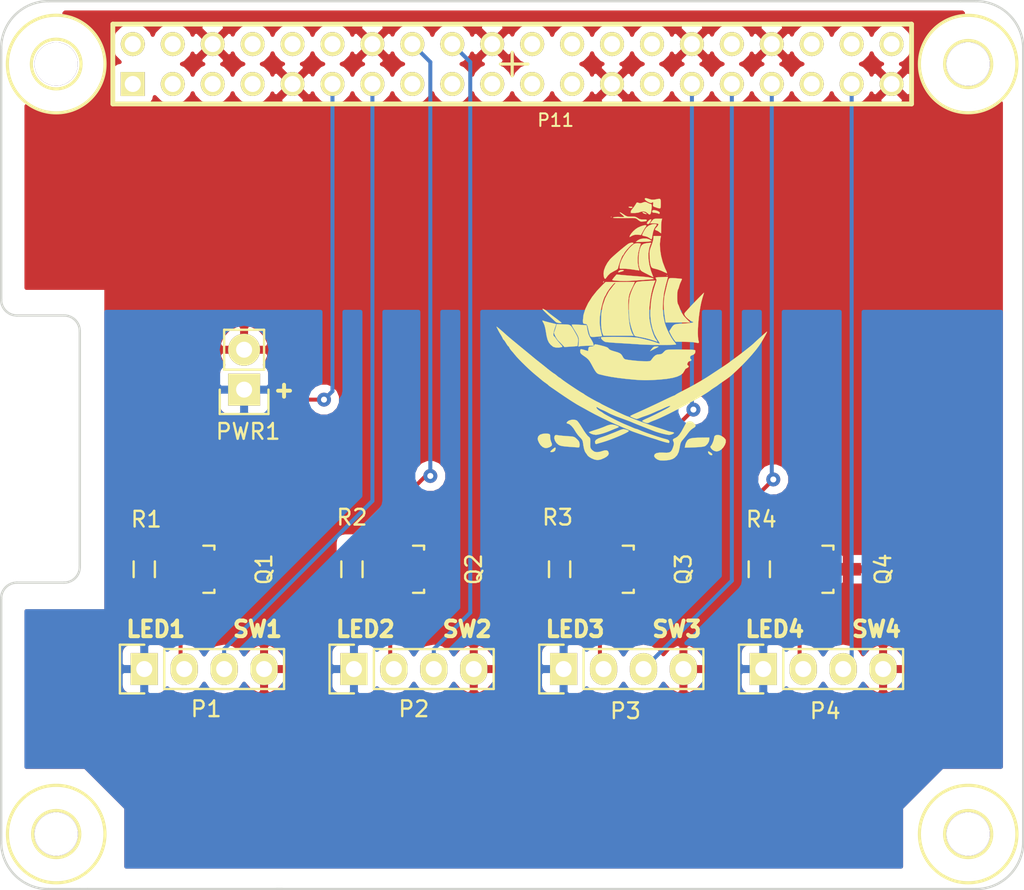
<source format=kicad_pcb>
(kicad_pcb (version 4) (host pcbnew "(2015-09-17 BZR 6202)-product")

  (general
    (links 36)
    (no_connects 0)
    (area 28.924999 20.924999 94.075001 77.575001)
    (thickness 1.6)
    (drawings 41)
    (tracks 53)
    (zones 0)
    (modules 19)
    (nets 47)
  )

  (page A4)
  (title_block
    (title "RaspberryPi Hat Board")
    (rev 1)
    (company disk91.com)
    (comment 1 "(c) Paul Pinault 2015")
    (comment 2 "(c) Disk91")
  )

  (layers
    (0 F.Cu signal)
    (31 B.Cu signal)
    (32 B.Adhes user)
    (33 F.Adhes user)
    (34 B.Paste user)
    (35 F.Paste user)
    (36 B.SilkS user)
    (37 F.SilkS user)
    (38 B.Mask user)
    (39 F.Mask user)
    (40 Dwgs.User user)
    (41 Cmts.User user)
    (42 Eco1.User user)
    (43 Eco2.User user)
    (44 Edge.Cuts user)
  )

  (setup
    (last_trace_width 0.254)
    (trace_clearance 0.254)
    (zone_clearance 0.508)
    (zone_45_only no)
    (trace_min 0.254)
    (segment_width 0.2)
    (edge_width 0.15)
    (via_size 0.889)
    (via_drill 0.381)
    (via_min_size 0.889)
    (via_min_drill 0.381)
    (uvia_size 0.508)
    (uvia_drill 0.127)
    (uvias_allowed no)
    (uvia_min_size 0.508)
    (uvia_min_drill 0.127)
    (pcb_text_width 0.3)
    (pcb_text_size 1 1)
    (mod_edge_width 0.15)
    (mod_text_size 1 1)
    (mod_text_width 0.15)
    (pad_size 2 17)
    (pad_drill 2)
    (pad_to_mask_clearance 0)
    (aux_axis_origin 0 0)
    (grid_origin 73.66 36.83)
    (visible_elements FFFEFFBF)
    (pcbplotparams
      (layerselection 0x010f0_80000001)
      (usegerberextensions true)
      (excludeedgelayer true)
      (linewidth 0.200000)
      (plotframeref false)
      (viasonmask false)
      (mode 1)
      (useauxorigin false)
      (hpglpennumber 1)
      (hpglpenspeed 20)
      (hpglpendiameter 15)
      (hpglpenoverlay 2)
      (psnegative false)
      (psa4output false)
      (plotreference true)
      (plotvalue false)
      (plotinvisibletext false)
      (padsonsilk false)
      (subtractmaskfromsilk false)
      (outputformat 1)
      (mirror false)
      (drillshape 0)
      (scaleselection 1)
      (outputdirectory gerber/))
  )

  (net 0 "")
  (net 1 GND)
  (net 2 "Net-(H1-Pad1)")
  (net 3 "Net-(H2-Pad1)")
  (net 4 "Net-(H3-Pad1)")
  (net 5 "Net-(H4-Pad1)")
  (net 6 +12V)
  (net 7 "Net-(P1-Pad2)")
  (net 8 GPIO06)
  (net 9 "Net-(P2-Pad2)")
  (net 10 GPIO13)
  (net 11 "Net-(P3-Pad2)")
  (net 12 "Net-(P4-Pad2)")
  (net 13 "Net-(P11-Pad2)")
  (net 14 "Net-(P11-Pad4)")
  (net 15 "Net-(P11-Pad15)")
  (net 16 "Net-(P11-Pad8)")
  (net 17 "Net-(P11-Pad10)")
  (net 18 "Net-(P11-Pad19)")
  (net 19 "Net-(P11-Pad12)")
  (net 20 "Net-(P11-Pad21)")
  (net 21 "Net-(P11-Pad23)")
  (net 22 "Net-(P11-Pad27)")
  (net 23 GPIO05)
  (net 24 "Net-(P11-Pad22)")
  (net 25 "Net-(P11-Pad24)")
  (net 26 "Net-(P11-Pad26)")
  (net 27 "Net-(P11-Pad28)")
  (net 28 "Net-(P11-Pad3)")
  (net 29 "Net-(P11-Pad5)")
  (net 30 "Net-(P11-Pad7)")
  (net 31 "Net-(Q1-Pad1)")
  (net 32 "Net-(Q2-Pad1)")
  (net 33 "Net-(Q3-Pad1)")
  (net 34 "Net-(Q4-Pad1)")
  (net 35 "Net-(P11-Pad1)")
  (net 36 "Net-(P11-Pad17)")
  (net 37 GPIO27)
  (net 38 GPIO24)
  (net 39 GPIO26)
  (net 40 GPIO17)
  (net 41 GPIO23)
  (net 42 "Net-(P11-Pad32)")
  (net 43 "Net-(P11-Pad36)")
  (net 44 "Net-(P11-Pad38)")
  (net 45 "Net-(P11-Pad35)")
  (net 46 "Net-(P11-Pad40)")

  (net_class Default "This is the default net class."
    (clearance 0.254)
    (trace_width 0.254)
    (via_dia 0.889)
    (via_drill 0.381)
    (uvia_dia 0.508)
    (uvia_drill 0.127)
    (add_net +12V)
    (add_net GND)
    (add_net GPIO05)
    (add_net GPIO06)
    (add_net GPIO13)
    (add_net GPIO17)
    (add_net GPIO23)
    (add_net GPIO24)
    (add_net GPIO26)
    (add_net GPIO27)
    (add_net "Net-(H1-Pad1)")
    (add_net "Net-(H2-Pad1)")
    (add_net "Net-(H3-Pad1)")
    (add_net "Net-(H4-Pad1)")
    (add_net "Net-(P1-Pad2)")
    (add_net "Net-(P11-Pad1)")
    (add_net "Net-(P11-Pad10)")
    (add_net "Net-(P11-Pad12)")
    (add_net "Net-(P11-Pad15)")
    (add_net "Net-(P11-Pad17)")
    (add_net "Net-(P11-Pad19)")
    (add_net "Net-(P11-Pad2)")
    (add_net "Net-(P11-Pad21)")
    (add_net "Net-(P11-Pad22)")
    (add_net "Net-(P11-Pad23)")
    (add_net "Net-(P11-Pad24)")
    (add_net "Net-(P11-Pad26)")
    (add_net "Net-(P11-Pad27)")
    (add_net "Net-(P11-Pad28)")
    (add_net "Net-(P11-Pad3)")
    (add_net "Net-(P11-Pad32)")
    (add_net "Net-(P11-Pad35)")
    (add_net "Net-(P11-Pad36)")
    (add_net "Net-(P11-Pad38)")
    (add_net "Net-(P11-Pad4)")
    (add_net "Net-(P11-Pad40)")
    (add_net "Net-(P11-Pad5)")
    (add_net "Net-(P11-Pad7)")
    (add_net "Net-(P11-Pad8)")
    (add_net "Net-(P2-Pad2)")
    (add_net "Net-(P3-Pad2)")
    (add_net "Net-(P4-Pad2)")
    (add_net "Net-(Q1-Pad1)")
    (add_net "Net-(Q2-Pad1)")
    (add_net "Net-(Q3-Pad1)")
    (add_net "Net-(Q4-Pad1)")
  )

  (net_class 12v ""
    (clearance 0.512)
    (trace_width 0.512)
    (via_dia 0.889)
    (via_drill 0.381)
    (uvia_dia 0.508)
    (uvia_drill 0.127)
  )

  (net_class Rf ""
    (clearance 0.254)
    (trace_width 1)
    (via_dia 0.889)
    (via_drill 0.381)
    (uvia_dia 0.508)
    (uvia_drill 0.127)
  )

  (net_class alim ""
    (clearance 0.254)
    (trace_width 0.512)
    (via_dia 0.889)
    (via_drill 0.381)
    (uvia_dia 0.508)
    (uvia_drill 0.127)
  )

  (module PIN_ARRAY_20X2 locked (layer F.Cu) (tedit 56073990) (tstamp 54F3464C)
    (at 61.5 25)
    (descr "Double rangee de contacts 2 x 12 pins")
    (tags CONN)
    (path /54F33AF3)
    (fp_text reference P11 (at 2.762 3.575) (layer F.SilkS)
      (effects (font (size 0.8 0.8) (thickness 0.127)))
    )
    (fp_text value CONN_20X2 (at 0 3.81) (layer F.SilkS) hide
      (effects (font (size 1.016 1.016) (thickness 0.2032)))
    )
    (fp_line (start 25.4 2.54) (end -25.4 2.54) (layer F.SilkS) (width 0.3048))
    (fp_line (start 25.4 -2.54) (end -25.4 -2.54) (layer F.SilkS) (width 0.3048))
    (fp_line (start 25.4 -2.54) (end 25.4 2.54) (layer F.SilkS) (width 0.3048))
    (fp_line (start -25.4 -2.54) (end -25.4 2.54) (layer F.SilkS) (width 0.3048))
    (pad 1 thru_hole rect (at -24.13 1.27) (size 1.524 1.524) (drill 1.016) (layers *.Cu *.Mask F.SilkS)
      (net 35 "Net-(P11-Pad1)"))
    (pad 2 thru_hole circle (at -24.13 -1.27) (size 1.524 1.524) (drill 1.016) (layers *.Cu *.Mask F.SilkS)
      (net 13 "Net-(P11-Pad2)"))
    (pad 11 thru_hole circle (at -11.43 1.27) (size 1.524 1.524) (drill 1.016) (layers *.Cu *.Mask F.SilkS)
      (net 40 GPIO17))
    (pad 4 thru_hole circle (at -21.59 -1.27) (size 1.524 1.524) (drill 1.016) (layers *.Cu *.Mask F.SilkS)
      (net 14 "Net-(P11-Pad4)"))
    (pad 13 thru_hole circle (at -8.89 1.27) (size 1.524 1.524) (drill 1.016) (layers *.Cu *.Mask F.SilkS)
      (net 37 GPIO27))
    (pad 6 thru_hole circle (at -19.05 -1.27) (size 1.524 1.524) (drill 1.016) (layers *.Cu *.Mask F.SilkS)
      (net 1 GND))
    (pad 15 thru_hole circle (at -6.35 1.27) (size 1.524 1.524) (drill 1.016) (layers *.Cu *.Mask F.SilkS)
      (net 15 "Net-(P11-Pad15)"))
    (pad 8 thru_hole circle (at -16.51 -1.27) (size 1.524 1.524) (drill 1.016) (layers *.Cu *.Mask F.SilkS)
      (net 16 "Net-(P11-Pad8)"))
    (pad 17 thru_hole circle (at -3.81 1.27) (size 1.524 1.524) (drill 1.016) (layers *.Cu *.Mask F.SilkS)
      (net 36 "Net-(P11-Pad17)"))
    (pad 10 thru_hole circle (at -13.97 -1.27) (size 1.524 1.524) (drill 1.016) (layers *.Cu *.Mask F.SilkS)
      (net 17 "Net-(P11-Pad10)"))
    (pad 19 thru_hole circle (at -1.27 1.27) (size 1.524 1.524) (drill 1.016) (layers *.Cu *.Mask F.SilkS)
      (net 18 "Net-(P11-Pad19)"))
    (pad 12 thru_hole circle (at -11.43 -1.27) (size 1.524 1.524) (drill 1.016) (layers *.Cu *.Mask F.SilkS)
      (net 19 "Net-(P11-Pad12)"))
    (pad 21 thru_hole circle (at 1.27 1.27) (size 1.524 1.524) (drill 1.016) (layers *.Cu *.Mask F.SilkS)
      (net 20 "Net-(P11-Pad21)"))
    (pad 14 thru_hole circle (at -8.89 -1.27) (size 1.524 1.524) (drill 1.016) (layers *.Cu *.Mask F.SilkS)
      (net 1 GND))
    (pad 23 thru_hole circle (at 3.81 1.27) (size 1.524 1.524) (drill 1.016) (layers *.Cu *.Mask F.SilkS)
      (net 21 "Net-(P11-Pad23)"))
    (pad 16 thru_hole circle (at -6.35 -1.27) (size 1.524 1.524) (drill 1.016) (layers *.Cu *.Mask F.SilkS)
      (net 41 GPIO23))
    (pad 25 thru_hole circle (at 6.35 1.27) (size 1.524 1.524) (drill 1.016) (layers *.Cu *.Mask F.SilkS)
      (net 1 GND))
    (pad 18 thru_hole circle (at -3.81 -1.27) (size 1.524 1.524) (drill 1.016) (layers *.Cu *.Mask F.SilkS)
      (net 38 GPIO24))
    (pad 27 thru_hole circle (at 8.89 1.27) (size 1.524 1.524) (drill 1.016) (layers *.Cu *.Mask F.SilkS)
      (net 22 "Net-(P11-Pad27)"))
    (pad 20 thru_hole circle (at -1.27 -1.27) (size 1.524 1.524) (drill 1.016) (layers *.Cu *.Mask F.SilkS)
      (net 1 GND))
    (pad 29 thru_hole circle (at 11.43 1.27) (size 1.524 1.524) (drill 1.016) (layers *.Cu *.Mask F.SilkS)
      (net 23 GPIO05))
    (pad 22 thru_hole circle (at 1.27 -1.27) (size 1.524 1.524) (drill 1.016) (layers *.Cu *.Mask F.SilkS)
      (net 24 "Net-(P11-Pad22)"))
    (pad 31 thru_hole circle (at 13.97 1.27) (size 1.524 1.524) (drill 1.016) (layers *.Cu *.Mask F.SilkS)
      (net 8 GPIO06))
    (pad 24 thru_hole circle (at 3.81 -1.27) (size 1.524 1.524) (drill 1.016) (layers *.Cu *.Mask F.SilkS)
      (net 25 "Net-(P11-Pad24)"))
    (pad 26 thru_hole circle (at 6.35 -1.27) (size 1.524 1.524) (drill 1.016) (layers *.Cu *.Mask F.SilkS)
      (net 26 "Net-(P11-Pad26)"))
    (pad 33 thru_hole circle (at 16.51 1.27) (size 1.524 1.524) (drill 1.016) (layers *.Cu *.Mask F.SilkS)
      (net 10 GPIO13))
    (pad 28 thru_hole circle (at 8.89 -1.27) (size 1.524 1.524) (drill 1.016) (layers *.Cu *.Mask F.SilkS)
      (net 27 "Net-(P11-Pad28)"))
    (pad 32 thru_hole circle (at 13.97 -1.27) (size 1.524 1.524) (drill 1.016) (layers *.Cu *.Mask F.SilkS)
      (net 42 "Net-(P11-Pad32)"))
    (pad 34 thru_hole circle (at 16.51 -1.27) (size 1.524 1.524) (drill 1.016) (layers *.Cu *.Mask F.SilkS)
      (net 1 GND))
    (pad 36 thru_hole circle (at 19.05 -1.27) (size 1.524 1.524) (drill 1.016) (layers *.Cu *.Mask F.SilkS)
      (net 43 "Net-(P11-Pad36)"))
    (pad 38 thru_hole circle (at 21.59 -1.27) (size 1.524 1.524) (drill 1.016) (layers *.Cu *.Mask F.SilkS)
      (net 44 "Net-(P11-Pad38)"))
    (pad 35 thru_hole circle (at 19.05 1.27) (size 1.524 1.524) (drill 1.016) (layers *.Cu *.Mask F.SilkS)
      (net 45 "Net-(P11-Pad35)"))
    (pad 37 thru_hole circle (at 21.59 1.27) (size 1.524 1.524) (drill 1.016) (layers *.Cu *.Mask F.SilkS)
      (net 39 GPIO26))
    (pad 3 thru_hole circle (at -21.59 1.27) (size 1.524 1.524) (drill 1.016) (layers *.Cu *.Mask F.SilkS)
      (net 28 "Net-(P11-Pad3)"))
    (pad 5 thru_hole circle (at -19.05 1.27) (size 1.524 1.524) (drill 1.016) (layers *.Cu *.Mask F.SilkS)
      (net 29 "Net-(P11-Pad5)"))
    (pad 7 thru_hole circle (at -16.51 1.27) (size 1.524 1.524) (drill 1.016) (layers *.Cu *.Mask F.SilkS)
      (net 30 "Net-(P11-Pad7)"))
    (pad 9 thru_hole circle (at -13.97 1.27) (size 1.524 1.524) (drill 1.016) (layers *.Cu *.Mask F.SilkS)
      (net 1 GND))
    (pad 39 thru_hole circle (at 24.13 1.27) (size 1.524 1.524) (drill 1.016) (layers *.Cu *.Mask F.SilkS)
      (net 1 GND))
    (pad 40 thru_hole circle (at 24.13 -1.27) (size 1.524 1.524) (drill 1.016) (layers *.Cu *.Mask F.SilkS)
      (net 46 "Net-(P11-Pad40)"))
    (pad 30 thru_hole circle (at 11.43 -1.27) (size 1.524 1.524) (drill 1.016) (layers *.Cu *.Mask F.SilkS)
      (net 1 GND))
    (model pin_array/pins_array_20x2.wrl
      (at (xyz 0 0 0))
      (scale (xyz 1 1 1))
      (rotate (xyz 0 0 0))
    )
  )

  (module dsk-drill-rpi-hat locked (layer F.Cu) (tedit 54F0E960) (tstamp 54F3485B)
    (at 32.5 74)
    (path /54F33B0B)
    (fp_text reference H1 (at 0 2.5) (layer F.SilkS) hide
      (effects (font (size 1 1) (thickness 0.15)))
    )
    (fp_text value DRILL (at 0 4) (layer F.SilkS) hide
      (effects (font (size 1 1) (thickness 0.15)))
    )
    (pad 1 thru_hole circle (at 0 0) (size 2.75 2.75) (drill 2.75) (layers *.Cu)
      (net 2 "Net-(H1-Pad1)") (solder_mask_margin 1.725) (clearance 1.725) (zone_connect 0))
  )

  (module dsk-drill-rpi-hat locked (layer F.Cu) (tedit 54F0E960) (tstamp 54F34860)
    (at 90.5 74)
    (path /54F33B0C)
    (fp_text reference H2 (at 0 2.5) (layer F.SilkS) hide
      (effects (font (size 1 1) (thickness 0.15)))
    )
    (fp_text value DRILL (at 0 4) (layer F.SilkS) hide
      (effects (font (size 1 1) (thickness 0.15)))
    )
    (pad 1 thru_hole circle (at 0 0) (size 2.75 2.75) (drill 2.75) (layers *.Cu)
      (net 3 "Net-(H2-Pad1)") (solder_mask_margin 1.725) (clearance 1.725) (zone_connect 0))
  )

  (module dsk-drill-rpi-hat locked (layer F.Cu) (tedit 54F0E960) (tstamp 54F34865)
    (at 90.5 25)
    (path /54F33B0E)
    (fp_text reference H4 (at 0 2.5) (layer F.SilkS) hide
      (effects (font (size 1 1) (thickness 0.15)))
    )
    (fp_text value DRILL (at 0 4) (layer F.SilkS) hide
      (effects (font (size 1 1) (thickness 0.15)))
    )
    (pad 1 thru_hole circle (at 0 0) (size 2.75 2.75) (drill 2.75) (layers *.Cu)
      (net 5 "Net-(H4-Pad1)") (solder_mask_margin 1.725) (clearance 1.725) (zone_connect 0))
  )

  (module dsk-drill-rpi-hat locked (layer F.Cu) (tedit 54F0E960) (tstamp 54F3486A)
    (at 32.5 25)
    (path /54F33B0D)
    (fp_text reference H3 (at 0 2.5) (layer F.SilkS) hide
      (effects (font (size 1 1) (thickness 0.15)))
    )
    (fp_text value DRILL (at 0 4) (layer F.SilkS) hide
      (effects (font (size 1 1) (thickness 0.15)))
    )
    (pad 1 thru_hole circle (at 0 0) (size 2.75 2.75) (drill 2.75) (layers *.Cu)
      (net 4 "Net-(H3-Pad1)") (solder_mask_margin 1.725) (clearance 1.725) (zone_connect 0))
  )

  (module Pin_Headers:Pin_Header_Straight_1x04 placed (layer F.Cu) (tedit 56073BA3) (tstamp 56072BF3)
    (at 38.1 63.5 90)
    (descr "Through hole pin header")
    (tags "pin header")
    (path /56073FFF)
    (fp_text reference P1 (at -2.54 3.937 180) (layer F.SilkS)
      (effects (font (size 1 1) (thickness 0.15)))
    )
    (fp_text value CONN_01X04 (at 0 -3.1 90) (layer F.Fab)
      (effects (font (size 1 1) (thickness 0.15)))
    )
    (fp_line (start -1.75 -1.75) (end -1.75 9.4) (layer F.CrtYd) (width 0.05))
    (fp_line (start 1.75 -1.75) (end 1.75 9.4) (layer F.CrtYd) (width 0.05))
    (fp_line (start -1.75 -1.75) (end 1.75 -1.75) (layer F.CrtYd) (width 0.05))
    (fp_line (start -1.75 9.4) (end 1.75 9.4) (layer F.CrtYd) (width 0.05))
    (fp_line (start -1.27 1.27) (end -1.27 8.89) (layer F.SilkS) (width 0.15))
    (fp_line (start 1.27 1.27) (end 1.27 8.89) (layer F.SilkS) (width 0.15))
    (fp_line (start 1.55 -1.55) (end 1.55 0) (layer F.SilkS) (width 0.15))
    (fp_line (start -1.27 8.89) (end 1.27 8.89) (layer F.SilkS) (width 0.15))
    (fp_line (start 1.27 1.27) (end -1.27 1.27) (layer F.SilkS) (width 0.15))
    (fp_line (start -1.55 0) (end -1.55 -1.55) (layer F.SilkS) (width 0.15))
    (fp_line (start -1.55 -1.55) (end 1.55 -1.55) (layer F.SilkS) (width 0.15))
    (pad 1 thru_hole rect (at 0 0 90) (size 2.032 1.7272) (drill 1.016) (layers *.Cu *.Mask F.SilkS)
      (net 6 +12V))
    (pad 2 thru_hole oval (at 0 2.54 90) (size 2.032 1.7272) (drill 1.016) (layers *.Cu *.Mask F.SilkS)
      (net 7 "Net-(P1-Pad2)"))
    (pad 3 thru_hole oval (at 0 5.08 90) (size 2.032 1.7272) (drill 1.016) (layers *.Cu *.Mask F.SilkS)
      (net 37 GPIO27))
    (pad 4 thru_hole oval (at 0 7.62 90) (size 2.032 1.7272) (drill 1.016) (layers *.Cu *.Mask F.SilkS)
      (net 1 GND))
    (model Pin_Headers.3dshapes/Pin_Header_Straight_1x04.wrl
      (at (xyz 0 -0.15 0))
      (scale (xyz 1 1 1))
      (rotate (xyz 0 0 90))
    )
  )

  (module Pin_Headers:Pin_Header_Straight_1x04 (layer F.Cu) (tedit 56073BAB) (tstamp 56072BFB)
    (at 51.435 63.5 90)
    (descr "Through hole pin header")
    (tags "pin header")
    (path /5607434E)
    (fp_text reference P2 (at -2.54 3.81 180) (layer F.SilkS)
      (effects (font (size 1 1) (thickness 0.15)))
    )
    (fp_text value CONN_01X04 (at 0 -3.1 90) (layer F.Fab)
      (effects (font (size 1 1) (thickness 0.15)))
    )
    (fp_line (start -1.75 -1.75) (end -1.75 9.4) (layer F.CrtYd) (width 0.05))
    (fp_line (start 1.75 -1.75) (end 1.75 9.4) (layer F.CrtYd) (width 0.05))
    (fp_line (start -1.75 -1.75) (end 1.75 -1.75) (layer F.CrtYd) (width 0.05))
    (fp_line (start -1.75 9.4) (end 1.75 9.4) (layer F.CrtYd) (width 0.05))
    (fp_line (start -1.27 1.27) (end -1.27 8.89) (layer F.SilkS) (width 0.15))
    (fp_line (start 1.27 1.27) (end 1.27 8.89) (layer F.SilkS) (width 0.15))
    (fp_line (start 1.55 -1.55) (end 1.55 0) (layer F.SilkS) (width 0.15))
    (fp_line (start -1.27 8.89) (end 1.27 8.89) (layer F.SilkS) (width 0.15))
    (fp_line (start 1.27 1.27) (end -1.27 1.27) (layer F.SilkS) (width 0.15))
    (fp_line (start -1.55 0) (end -1.55 -1.55) (layer F.SilkS) (width 0.15))
    (fp_line (start -1.55 -1.55) (end 1.55 -1.55) (layer F.SilkS) (width 0.15))
    (pad 1 thru_hole rect (at 0 0 90) (size 2.032 1.7272) (drill 1.016) (layers *.Cu *.Mask F.SilkS)
      (net 6 +12V))
    (pad 2 thru_hole oval (at 0 2.54 90) (size 2.032 1.7272) (drill 1.016) (layers *.Cu *.Mask F.SilkS)
      (net 9 "Net-(P2-Pad2)"))
    (pad 3 thru_hole oval (at 0 5.08 90) (size 2.032 1.7272) (drill 1.016) (layers *.Cu *.Mask F.SilkS)
      (net 38 GPIO24))
    (pad 4 thru_hole oval (at 0 7.62 90) (size 2.032 1.7272) (drill 1.016) (layers *.Cu *.Mask F.SilkS)
      (net 1 GND))
    (model Pin_Headers.3dshapes/Pin_Header_Straight_1x04.wrl
      (at (xyz 0 -0.15 0))
      (scale (xyz 1 1 1))
      (rotate (xyz 0 0 90))
    )
  )

  (module Pin_Headers:Pin_Header_Straight_1x04 (layer F.Cu) (tedit 56073BBC) (tstamp 56072C03)
    (at 64.77 63.5 90)
    (descr "Through hole pin header")
    (tags "pin header")
    (path /56074A0E)
    (fp_text reference P3 (at -2.667 3.937 180) (layer F.SilkS)
      (effects (font (size 1 1) (thickness 0.15)))
    )
    (fp_text value CONN_01X04 (at 0 -3.1 90) (layer F.Fab)
      (effects (font (size 1 1) (thickness 0.15)))
    )
    (fp_line (start -1.75 -1.75) (end -1.75 9.4) (layer F.CrtYd) (width 0.05))
    (fp_line (start 1.75 -1.75) (end 1.75 9.4) (layer F.CrtYd) (width 0.05))
    (fp_line (start -1.75 -1.75) (end 1.75 -1.75) (layer F.CrtYd) (width 0.05))
    (fp_line (start -1.75 9.4) (end 1.75 9.4) (layer F.CrtYd) (width 0.05))
    (fp_line (start -1.27 1.27) (end -1.27 8.89) (layer F.SilkS) (width 0.15))
    (fp_line (start 1.27 1.27) (end 1.27 8.89) (layer F.SilkS) (width 0.15))
    (fp_line (start 1.55 -1.55) (end 1.55 0) (layer F.SilkS) (width 0.15))
    (fp_line (start -1.27 8.89) (end 1.27 8.89) (layer F.SilkS) (width 0.15))
    (fp_line (start 1.27 1.27) (end -1.27 1.27) (layer F.SilkS) (width 0.15))
    (fp_line (start -1.55 0) (end -1.55 -1.55) (layer F.SilkS) (width 0.15))
    (fp_line (start -1.55 -1.55) (end 1.55 -1.55) (layer F.SilkS) (width 0.15))
    (pad 1 thru_hole rect (at 0 0 90) (size 2.032 1.7272) (drill 1.016) (layers *.Cu *.Mask F.SilkS)
      (net 6 +12V))
    (pad 2 thru_hole oval (at 0 2.54 90) (size 2.032 1.7272) (drill 1.016) (layers *.Cu *.Mask F.SilkS)
      (net 11 "Net-(P3-Pad2)"))
    (pad 3 thru_hole oval (at 0 5.08 90) (size 2.032 1.7272) (drill 1.016) (layers *.Cu *.Mask F.SilkS)
      (net 8 GPIO06))
    (pad 4 thru_hole oval (at 0 7.62 90) (size 2.032 1.7272) (drill 1.016) (layers *.Cu *.Mask F.SilkS)
      (net 1 GND))
    (model Pin_Headers.3dshapes/Pin_Header_Straight_1x04.wrl
      (at (xyz 0 -0.15 0))
      (scale (xyz 1 1 1))
      (rotate (xyz 0 0 90))
    )
  )

  (module Pin_Headers:Pin_Header_Straight_1x04 (layer F.Cu) (tedit 56073BC3) (tstamp 56072C0B)
    (at 77.47 63.5 90)
    (descr "Through hole pin header")
    (tags "pin header")
    (path /56074A35)
    (fp_text reference P4 (at -2.667 3.937 180) (layer F.SilkS)
      (effects (font (size 1 1) (thickness 0.15)))
    )
    (fp_text value CONN_01X04 (at 0 -3.1 90) (layer F.Fab)
      (effects (font (size 1 1) (thickness 0.15)))
    )
    (fp_line (start -1.75 -1.75) (end -1.75 9.4) (layer F.CrtYd) (width 0.05))
    (fp_line (start 1.75 -1.75) (end 1.75 9.4) (layer F.CrtYd) (width 0.05))
    (fp_line (start -1.75 -1.75) (end 1.75 -1.75) (layer F.CrtYd) (width 0.05))
    (fp_line (start -1.75 9.4) (end 1.75 9.4) (layer F.CrtYd) (width 0.05))
    (fp_line (start -1.27 1.27) (end -1.27 8.89) (layer F.SilkS) (width 0.15))
    (fp_line (start 1.27 1.27) (end 1.27 8.89) (layer F.SilkS) (width 0.15))
    (fp_line (start 1.55 -1.55) (end 1.55 0) (layer F.SilkS) (width 0.15))
    (fp_line (start -1.27 8.89) (end 1.27 8.89) (layer F.SilkS) (width 0.15))
    (fp_line (start 1.27 1.27) (end -1.27 1.27) (layer F.SilkS) (width 0.15))
    (fp_line (start -1.55 0) (end -1.55 -1.55) (layer F.SilkS) (width 0.15))
    (fp_line (start -1.55 -1.55) (end 1.55 -1.55) (layer F.SilkS) (width 0.15))
    (pad 1 thru_hole rect (at 0 0 90) (size 2.032 1.7272) (drill 1.016) (layers *.Cu *.Mask F.SilkS)
      (net 6 +12V))
    (pad 2 thru_hole oval (at 0 2.54 90) (size 2.032 1.7272) (drill 1.016) (layers *.Cu *.Mask F.SilkS)
      (net 12 "Net-(P4-Pad2)"))
    (pad 3 thru_hole oval (at 0 5.08 90) (size 2.032 1.7272) (drill 1.016) (layers *.Cu *.Mask F.SilkS)
      (net 39 GPIO26))
    (pad 4 thru_hole oval (at 0 7.62 90) (size 2.032 1.7272) (drill 1.016) (layers *.Cu *.Mask F.SilkS)
      (net 1 GND))
    (model Pin_Headers.3dshapes/Pin_Header_Straight_1x04.wrl
      (at (xyz 0 -0.15 0))
      (scale (xyz 1 1 1))
      (rotate (xyz 0 0 90))
    )
  )

  (module TO_SOT_Packages_SMD:SOT-23_Handsoldering (layer F.Cu) (tedit 54E9291B) (tstamp 56072C12)
    (at 41.91 57.15 270)
    (descr "SOT-23, Handsoldering")
    (tags SOT-23)
    (path /56073D55)
    (attr smd)
    (fp_text reference Q1 (at 0 -3.81 270) (layer F.SilkS)
      (effects (font (size 1 1) (thickness 0.15)))
    )
    (fp_text value MMBT3904 (at 0 3.81 270) (layer F.Fab)
      (effects (font (size 1 1) (thickness 0.15)))
    )
    (fp_line (start -1.49982 0.0508) (end -1.49982 -0.65024) (layer F.SilkS) (width 0.15))
    (fp_line (start -1.49982 -0.65024) (end -1.2509 -0.65024) (layer F.SilkS) (width 0.15))
    (fp_line (start 1.29916 -0.65024) (end 1.49982 -0.65024) (layer F.SilkS) (width 0.15))
    (fp_line (start 1.49982 -0.65024) (end 1.49982 0.0508) (layer F.SilkS) (width 0.15))
    (pad 1 smd rect (at -0.95 1.50114 270) (size 0.8001 1.80086) (layers F.Cu F.Paste F.Mask)
      (net 31 "Net-(Q1-Pad1)"))
    (pad 2 smd rect (at 0.95 1.50114 270) (size 0.8001 1.80086) (layers F.Cu F.Paste F.Mask)
      (net 7 "Net-(P1-Pad2)"))
    (pad 3 smd rect (at 0 -1.50114 270) (size 0.8001 1.80086) (layers F.Cu F.Paste F.Mask)
      (net 1 GND))
    (model TO_SOT_Packages_SMD.3dshapes/SOT-23_Handsoldering.wrl
      (at (xyz 0 0 0))
      (scale (xyz 1 1 1))
      (rotate (xyz 0 0 0))
    )
  )

  (module TO_SOT_Packages_SMD:SOT-23_Handsoldering (layer F.Cu) (tedit 54E9291B) (tstamp 56072C19)
    (at 55.245 57.15 270)
    (descr "SOT-23, Handsoldering")
    (tags SOT-23)
    (path /56074341)
    (attr smd)
    (fp_text reference Q2 (at 0 -3.81 270) (layer F.SilkS)
      (effects (font (size 1 1) (thickness 0.15)))
    )
    (fp_text value MMBT3904 (at 0 3.81 270) (layer F.Fab)
      (effects (font (size 1 1) (thickness 0.15)))
    )
    (fp_line (start -1.49982 0.0508) (end -1.49982 -0.65024) (layer F.SilkS) (width 0.15))
    (fp_line (start -1.49982 -0.65024) (end -1.2509 -0.65024) (layer F.SilkS) (width 0.15))
    (fp_line (start 1.29916 -0.65024) (end 1.49982 -0.65024) (layer F.SilkS) (width 0.15))
    (fp_line (start 1.49982 -0.65024) (end 1.49982 0.0508) (layer F.SilkS) (width 0.15))
    (pad 1 smd rect (at -0.95 1.50114 270) (size 0.8001 1.80086) (layers F.Cu F.Paste F.Mask)
      (net 32 "Net-(Q2-Pad1)"))
    (pad 2 smd rect (at 0.95 1.50114 270) (size 0.8001 1.80086) (layers F.Cu F.Paste F.Mask)
      (net 9 "Net-(P2-Pad2)"))
    (pad 3 smd rect (at 0 -1.50114 270) (size 0.8001 1.80086) (layers F.Cu F.Paste F.Mask)
      (net 1 GND))
    (model TO_SOT_Packages_SMD.3dshapes/SOT-23_Handsoldering.wrl
      (at (xyz 0 0 0))
      (scale (xyz 1 1 1))
      (rotate (xyz 0 0 0))
    )
  )

  (module TO_SOT_Packages_SMD:SOT-23_Handsoldering (layer F.Cu) (tedit 54E9291B) (tstamp 56072C20)
    (at 68.58 57.15 270)
    (descr "SOT-23, Handsoldering")
    (tags SOT-23)
    (path /56074A01)
    (attr smd)
    (fp_text reference Q3 (at 0 -3.81 270) (layer F.SilkS)
      (effects (font (size 1 1) (thickness 0.15)))
    )
    (fp_text value MMBT3904 (at 0 3.81 270) (layer F.Fab)
      (effects (font (size 1 1) (thickness 0.15)))
    )
    (fp_line (start -1.49982 0.0508) (end -1.49982 -0.65024) (layer F.SilkS) (width 0.15))
    (fp_line (start -1.49982 -0.65024) (end -1.2509 -0.65024) (layer F.SilkS) (width 0.15))
    (fp_line (start 1.29916 -0.65024) (end 1.49982 -0.65024) (layer F.SilkS) (width 0.15))
    (fp_line (start 1.49982 -0.65024) (end 1.49982 0.0508) (layer F.SilkS) (width 0.15))
    (pad 1 smd rect (at -0.95 1.50114 270) (size 0.8001 1.80086) (layers F.Cu F.Paste F.Mask)
      (net 33 "Net-(Q3-Pad1)"))
    (pad 2 smd rect (at 0.95 1.50114 270) (size 0.8001 1.80086) (layers F.Cu F.Paste F.Mask)
      (net 11 "Net-(P3-Pad2)"))
    (pad 3 smd rect (at 0 -1.50114 270) (size 0.8001 1.80086) (layers F.Cu F.Paste F.Mask)
      (net 1 GND))
    (model TO_SOT_Packages_SMD.3dshapes/SOT-23_Handsoldering.wrl
      (at (xyz 0 0 0))
      (scale (xyz 1 1 1))
      (rotate (xyz 0 0 0))
    )
  )

  (module TO_SOT_Packages_SMD:SOT-23_Handsoldering (layer F.Cu) (tedit 54E9291B) (tstamp 56072C27)
    (at 81.28 57.15 270)
    (descr "SOT-23, Handsoldering")
    (tags SOT-23)
    (path /56074A28)
    (attr smd)
    (fp_text reference Q4 (at 0 -3.81 270) (layer F.SilkS)
      (effects (font (size 1 1) (thickness 0.15)))
    )
    (fp_text value MMBT3904 (at 0 3.81 270) (layer F.Fab)
      (effects (font (size 1 1) (thickness 0.15)))
    )
    (fp_line (start -1.49982 0.0508) (end -1.49982 -0.65024) (layer F.SilkS) (width 0.15))
    (fp_line (start -1.49982 -0.65024) (end -1.2509 -0.65024) (layer F.SilkS) (width 0.15))
    (fp_line (start 1.29916 -0.65024) (end 1.49982 -0.65024) (layer F.SilkS) (width 0.15))
    (fp_line (start 1.49982 -0.65024) (end 1.49982 0.0508) (layer F.SilkS) (width 0.15))
    (pad 1 smd rect (at -0.95 1.50114 270) (size 0.8001 1.80086) (layers F.Cu F.Paste F.Mask)
      (net 34 "Net-(Q4-Pad1)"))
    (pad 2 smd rect (at 0.95 1.50114 270) (size 0.8001 1.80086) (layers F.Cu F.Paste F.Mask)
      (net 12 "Net-(P4-Pad2)"))
    (pad 3 smd rect (at 0 -1.50114 270) (size 0.8001 1.80086) (layers F.Cu F.Paste F.Mask)
      (net 1 GND))
    (model TO_SOT_Packages_SMD.3dshapes/SOT-23_Handsoldering.wrl
      (at (xyz 0 0 0))
      (scale (xyz 1 1 1))
      (rotate (xyz 0 0 0))
    )
  )

  (module Resistors_SMD:R_0603_HandSoldering (layer F.Cu) (tedit 5607399A) (tstamp 56072C2D)
    (at 38.1 57.15 270)
    (descr "Resistor SMD 0603, hand soldering")
    (tags "resistor 0603")
    (path /56073C23)
    (attr smd)
    (fp_text reference R1 (at -3.175 -0.127 360) (layer F.SilkS)
      (effects (font (size 1 1) (thickness 0.15)))
    )
    (fp_text value 470 (at 0 1.9 270) (layer F.Fab)
      (effects (font (size 1 1) (thickness 0.15)))
    )
    (fp_line (start -2 -0.8) (end 2 -0.8) (layer F.CrtYd) (width 0.05))
    (fp_line (start -2 0.8) (end 2 0.8) (layer F.CrtYd) (width 0.05))
    (fp_line (start -2 -0.8) (end -2 0.8) (layer F.CrtYd) (width 0.05))
    (fp_line (start 2 -0.8) (end 2 0.8) (layer F.CrtYd) (width 0.05))
    (fp_line (start 0.5 0.675) (end -0.5 0.675) (layer F.SilkS) (width 0.15))
    (fp_line (start -0.5 -0.675) (end 0.5 -0.675) (layer F.SilkS) (width 0.15))
    (pad 1 smd rect (at -1.1 0 270) (size 1.2 0.9) (layers F.Cu F.Paste F.Mask)
      (net 40 GPIO17))
    (pad 2 smd rect (at 1.1 0 270) (size 1.2 0.9) (layers F.Cu F.Paste F.Mask)
      (net 31 "Net-(Q1-Pad1)"))
    (model Resistors_SMD.3dshapes/R_0603_HandSoldering.wrl
      (at (xyz 0 0 0))
      (scale (xyz 1 1 1))
      (rotate (xyz 0 0 0))
    )
  )

  (module Resistors_SMD:R_0603_HandSoldering (layer F.Cu) (tedit 560739A1) (tstamp 56072C33)
    (at 51.308 57.15 270)
    (descr "Resistor SMD 0603, hand soldering")
    (tags "resistor 0603")
    (path /5607433B)
    (attr smd)
    (fp_text reference R2 (at -3.302 0 360) (layer F.SilkS)
      (effects (font (size 1 1) (thickness 0.15)))
    )
    (fp_text value 470 (at 0 1.9 270) (layer F.Fab)
      (effects (font (size 1 1) (thickness 0.15)))
    )
    (fp_line (start -2 -0.8) (end 2 -0.8) (layer F.CrtYd) (width 0.05))
    (fp_line (start -2 0.8) (end 2 0.8) (layer F.CrtYd) (width 0.05))
    (fp_line (start -2 -0.8) (end -2 0.8) (layer F.CrtYd) (width 0.05))
    (fp_line (start 2 -0.8) (end 2 0.8) (layer F.CrtYd) (width 0.05))
    (fp_line (start 0.5 0.675) (end -0.5 0.675) (layer F.SilkS) (width 0.15))
    (fp_line (start -0.5 -0.675) (end 0.5 -0.675) (layer F.SilkS) (width 0.15))
    (pad 1 smd rect (at -1.1 0 270) (size 1.2 0.9) (layers F.Cu F.Paste F.Mask)
      (net 41 GPIO23))
    (pad 2 smd rect (at 1.1 0 270) (size 1.2 0.9) (layers F.Cu F.Paste F.Mask)
      (net 32 "Net-(Q2-Pad1)"))
    (model Resistors_SMD.3dshapes/R_0603_HandSoldering.wrl
      (at (xyz 0 0 0))
      (scale (xyz 1 1 1))
      (rotate (xyz 0 0 0))
    )
  )

  (module Resistors_SMD:R_0603_HandSoldering (layer F.Cu) (tedit 560739A7) (tstamp 56072C39)
    (at 64.516 57.15 270)
    (descr "Resistor SMD 0603, hand soldering")
    (tags "resistor 0603")
    (path /560749FB)
    (attr smd)
    (fp_text reference R3 (at -3.302 0.127 360) (layer F.SilkS)
      (effects (font (size 1 1) (thickness 0.15)))
    )
    (fp_text value 470 (at 0 1.9 270) (layer F.Fab)
      (effects (font (size 1 1) (thickness 0.15)))
    )
    (fp_line (start -2 -0.8) (end 2 -0.8) (layer F.CrtYd) (width 0.05))
    (fp_line (start -2 0.8) (end 2 0.8) (layer F.CrtYd) (width 0.05))
    (fp_line (start -2 -0.8) (end -2 0.8) (layer F.CrtYd) (width 0.05))
    (fp_line (start 2 -0.8) (end 2 0.8) (layer F.CrtYd) (width 0.05))
    (fp_line (start 0.5 0.675) (end -0.5 0.675) (layer F.SilkS) (width 0.15))
    (fp_line (start -0.5 -0.675) (end 0.5 -0.675) (layer F.SilkS) (width 0.15))
    (pad 1 smd rect (at -1.1 0 270) (size 1.2 0.9) (layers F.Cu F.Paste F.Mask)
      (net 23 GPIO05))
    (pad 2 smd rect (at 1.1 0 270) (size 1.2 0.9) (layers F.Cu F.Paste F.Mask)
      (net 33 "Net-(Q3-Pad1)"))
    (model Resistors_SMD.3dshapes/R_0603_HandSoldering.wrl
      (at (xyz 0 0 0))
      (scale (xyz 1 1 1))
      (rotate (xyz 0 0 0))
    )
  )

  (module Resistors_SMD:R_0603_HandSoldering (layer F.Cu) (tedit 560739AE) (tstamp 56072C3F)
    (at 77.216 57.15 270)
    (descr "Resistor SMD 0603, hand soldering")
    (tags "resistor 0603")
    (path /56074A22)
    (attr smd)
    (fp_text reference R4 (at -3.175 -0.127 360) (layer F.SilkS)
      (effects (font (size 1 1) (thickness 0.15)))
    )
    (fp_text value 470 (at 0 1.9 270) (layer F.Fab)
      (effects (font (size 1 1) (thickness 0.15)))
    )
    (fp_line (start -2 -0.8) (end 2 -0.8) (layer F.CrtYd) (width 0.05))
    (fp_line (start -2 0.8) (end 2 0.8) (layer F.CrtYd) (width 0.05))
    (fp_line (start -2 -0.8) (end -2 0.8) (layer F.CrtYd) (width 0.05))
    (fp_line (start 2 -0.8) (end 2 0.8) (layer F.CrtYd) (width 0.05))
    (fp_line (start 0.5 0.675) (end -0.5 0.675) (layer F.SilkS) (width 0.15))
    (fp_line (start -0.5 -0.675) (end 0.5 -0.675) (layer F.SilkS) (width 0.15))
    (pad 1 smd rect (at -1.1 0 270) (size 1.2 0.9) (layers F.Cu F.Paste F.Mask)
      (net 10 GPIO13))
    (pad 2 smd rect (at 1.1 0 270) (size 1.2 0.9) (layers F.Cu F.Paste F.Mask)
      (net 34 "Net-(Q4-Pad1)"))
    (model Resistors_SMD.3dshapes/R_0603_HandSoldering.wrl
      (at (xyz 0 0 0))
      (scale (xyz 1 1 1))
      (rotate (xyz 0 0 0))
    )
  )

  (module Pin_Headers:Pin_Header_Straight_1x02 (layer F.Cu) (tedit 56073986) (tstamp 560731FA)
    (at 44.45 45.72 180)
    (descr "Through hole pin header")
    (tags "pin header")
    (path /56075629)
    (fp_text reference PWR1 (at -0.254 -2.667 180) (layer F.SilkS)
      (effects (font (size 1 1) (thickness 0.15)))
    )
    (fp_text value CONN_01X02 (at 0 -3.1 180) (layer F.Fab)
      (effects (font (size 1 1) (thickness 0.15)))
    )
    (fp_line (start 1.27 1.27) (end 1.27 3.81) (layer F.SilkS) (width 0.15))
    (fp_line (start 1.55 -1.55) (end 1.55 0) (layer F.SilkS) (width 0.15))
    (fp_line (start -1.75 -1.75) (end -1.75 4.3) (layer F.CrtYd) (width 0.05))
    (fp_line (start 1.75 -1.75) (end 1.75 4.3) (layer F.CrtYd) (width 0.05))
    (fp_line (start -1.75 -1.75) (end 1.75 -1.75) (layer F.CrtYd) (width 0.05))
    (fp_line (start -1.75 4.3) (end 1.75 4.3) (layer F.CrtYd) (width 0.05))
    (fp_line (start 1.27 1.27) (end -1.27 1.27) (layer F.SilkS) (width 0.15))
    (fp_line (start -1.55 0) (end -1.55 -1.55) (layer F.SilkS) (width 0.15))
    (fp_line (start -1.55 -1.55) (end 1.55 -1.55) (layer F.SilkS) (width 0.15))
    (fp_line (start -1.27 1.27) (end -1.27 3.81) (layer F.SilkS) (width 0.15))
    (fp_line (start -1.27 3.81) (end 1.27 3.81) (layer F.SilkS) (width 0.15))
    (pad 1 thru_hole rect (at 0 0 180) (size 2.032 2.032) (drill 1.016) (layers *.Cu *.Mask F.SilkS)
      (net 6 +12V))
    (pad 2 thru_hole oval (at 0 2.54 180) (size 2.032 2.032) (drill 1.016) (layers *.Cu *.Mask F.SilkS)
      (net 1 GND))
    (model Pin_Headers.3dshapes/Pin_Header_Straight_1x02.wrl
      (at (xyz 0 -0.05 0))
      (scale (xyz 1 1 1))
      (rotate (xyz 0 0 90))
    )
  )

  (module Kicad:pship (layer F.Cu) (tedit 56097E1E) (tstamp 560981F8)
    (at 69.85 41.91)
    (fp_text reference G*** (at 0 0) (layer F.SilkS) hide
      (effects (font (thickness 0.3)))
    )
    (fp_text value LOGO (at 0.75 0) (layer F.SilkS) hide
      (effects (font (thickness 0.3)))
    )
    (fp_poly (pts (xy 3.070484 5.843154) (xy 3.173011 5.910082) (xy 3.225097 5.963887) (xy 3.299233 6.060986)
      (xy 3.312078 6.134042) (xy 3.257879 6.201073) (xy 3.130883 6.280098) (xy 3.122714 6.284581)
      (xy 3.021582 6.361966) (xy 2.907504 6.481199) (xy 2.836333 6.573048) (xy 2.718666 6.732099)
      (xy 2.584581 6.899266) (xy 2.518833 6.975703) (xy 2.430104 7.082927) (xy 2.373317 7.180503)
      (xy 2.336231 7.298034) (xy 2.306607 7.465122) (xy 2.301233 7.501976) (xy 2.239253 7.775651)
      (xy 2.137162 7.983889) (xy 1.987041 8.139558) (xy 1.86041 8.218416) (xy 1.712304 8.269234)
      (xy 1.513433 8.304369) (xy 1.296774 8.320614) (xy 1.095306 8.314764) (xy 1.005605 8.301534)
      (xy 0.877623 8.252008) (xy 0.764577 8.170713) (xy 0.691789 8.078923) (xy 0.677981 8.026273)
      (xy 0.713134 7.922514) (xy 0.817203 7.854115) (xy 0.993201 7.820049) (xy 1.244144 7.81929)
      (xy 1.279612 7.8214) (xy 1.492845 7.826906) (xy 1.641812 7.803678) (xy 1.744935 7.741176)
      (xy 1.820636 7.628858) (xy 1.880091 7.477814) (xy 1.92488 7.328058) (xy 1.936584 7.226625)
      (xy 1.917809 7.145064) (xy 1.911841 7.131276) (xy 1.872971 7.032967) (xy 1.879426 6.972891)
      (xy 1.943537 6.925231) (xy 2.029229 6.885473) (xy 2.153772 6.807537) (xy 2.276127 6.68006)
      (xy 2.404487 6.492634) (xy 2.547044 6.23485) (xy 2.557741 6.21395) (xy 2.651898 6.03641)
      (xy 2.725486 5.922505) (xy 2.792293 5.858489) (xy 2.866108 5.830615) (xy 2.947805 5.825067)
      (xy 3.070484 5.843154)) (layer F.SilkS) (width 0.01))
    (fp_poly (pts (xy -4.384707 5.725605) (xy -4.244589 5.770547) (xy -4.18604 5.826906) (xy -4.09857 5.94021)
      (xy -3.994476 6.093453) (xy -3.89647 6.251927) (xy -3.782819 6.43371) (xy -3.669201 6.597575)
      (xy -3.569991 6.723742) (xy -3.508165 6.786229) (xy -3.439309 6.844195) (xy -3.399801 6.899696)
      (xy -3.382415 6.976902) (xy -3.379926 7.099986) (xy -3.382588 7.206304) (xy -3.384951 7.371466)
      (xy -3.375616 7.478574) (xy -3.347728 7.554101) (xy -3.294436 7.624521) (xy -3.266403 7.655123)
      (xy -3.127666 7.756177) (xy -2.957553 7.789786) (xy -2.746506 7.757018) (xy -2.645834 7.724613)
      (xy -2.463335 7.672966) (xy -2.337595 7.673035) (xy -2.257802 7.725526) (xy -2.241557 7.750943)
      (xy -2.206431 7.869613) (xy -2.240899 7.975979) (xy -2.350026 8.07806) (xy -2.504403 8.167016)
      (xy -2.727858 8.259659) (xy -2.920927 8.290528) (xy -3.110476 8.260222) (xy -3.293317 8.184617)
      (xy -3.423908 8.108957) (xy -3.525333 8.031029) (xy -3.564586 7.984958) (xy -3.626714 7.889343)
      (xy -3.666924 7.841695) (xy -3.727647 7.739981) (xy -3.78213 7.570578) (xy -3.825485 7.350456)
      (xy -3.839864 7.241141) (xy -3.864385 7.095478) (xy -3.910646 6.98951) (xy -3.998081 6.885165)
      (xy -4.045146 6.838975) (xy -4.171099 6.697867) (xy -4.292886 6.528827) (xy -4.345269 6.440546)
      (xy -4.456759 6.264171) (xy -4.582981 6.116464) (xy -4.708022 6.013027) (xy -4.815969 5.969466)
      (xy -4.826145 5.969) (xy -4.88359 5.947909) (xy -4.878676 5.895694) (xy -4.818985 5.828936)
      (xy -4.738306 5.776934) (xy -4.567793 5.725121) (xy -4.384707 5.725605)) (layer F.SilkS) (width 0.01))
    (fp_poly (pts (xy 4.212995 7.776832) (xy 4.252559 7.801866) (xy 4.356501 7.884326) (xy 4.383641 7.948121)
      (xy 4.335732 7.988034) (xy 4.27435 7.976101) (xy 4.200794 7.935363) (xy 4.129749 7.858071)
      (xy 4.106333 7.788882) (xy 4.111565 7.741391) (xy 4.140501 7.736787) (xy 4.212995 7.776832)) (layer F.SilkS) (width 0.01))
    (fp_poly (pts (xy -5.589909 7.525176) (xy -5.593262 7.599528) (xy -5.624774 7.682886) (xy -5.654524 7.72281)
      (xy -5.725704 7.76482) (xy -5.816815 7.78754) (xy -5.894809 7.78659) (xy -5.926667 7.758863)
      (xy -5.89673 7.71429) (xy -5.824405 7.642834) (xy -5.735926 7.567212) (xy -5.657524 7.510139)
      (xy -5.61975 7.493099) (xy -5.589909 7.525176)) (layer F.SilkS) (width 0.01))
    (fp_poly (pts (xy 4.866737 6.716356) (xy 5.011748 6.787158) (xy 5.139239 6.882672) (xy 5.220967 6.984497)
      (xy 5.232603 7.014502) (xy 5.233005 7.161163) (xy 5.175168 7.327444) (xy 5.073612 7.489663)
      (xy 4.942852 7.624135) (xy 4.810966 7.702335) (xy 4.691688 7.738023) (xy 4.591748 7.733786)
      (xy 4.487333 7.699889) (xy 4.395184 7.645146) (xy 4.314732 7.566269) (xy 4.262961 7.485468)
      (xy 4.256854 7.424955) (xy 4.268016 7.413062) (xy 4.320177 7.350075) (xy 4.380741 7.235201)
      (xy 4.436942 7.098527) (xy 4.476018 6.970145) (xy 4.486403 6.898217) (xy 4.515326 6.774318)
      (xy 4.60363 6.706391) (xy 4.732452 6.688667) (xy 4.866737 6.716356)) (layer F.SilkS) (width 0.01))
    (fp_poly (pts (xy -6.079724 6.613187) (xy -6.03635 6.620418) (xy -5.968919 6.647921) (xy -5.938918 6.702849)
      (xy -5.933138 6.812014) (xy -5.933429 6.82928) (xy -5.918242 6.982341) (xy -5.876099 7.127162)
      (xy -5.865313 7.150184) (xy -5.817013 7.281541) (xy -5.837764 7.375362) (xy -5.934161 7.44901)
      (xy -5.988212 7.473745) (xy -6.141611 7.524612) (xy -6.263625 7.524109) (xy -6.391698 7.470176)
      (xy -6.426545 7.449634) (xy -6.539776 7.345906) (xy -6.641085 7.195312) (xy -6.710331 7.033004)
      (xy -6.729129 6.9215) (xy -6.690936 6.782049) (xy -6.582132 6.679626) (xy -6.411316 6.621356)
      (xy -6.358457 6.614379) (xy -6.209884 6.607344) (xy -6.079724 6.613187)) (layer F.SilkS) (width 0.01))
    (fp_poly (pts (xy -5.457588 6.708463) (xy -5.44162 6.711355) (xy -5.32448 6.727565) (xy -5.151145 6.745122)
      (xy -4.949993 6.76133) (xy -4.838233 6.768665) (xy -4.64252 6.781357) (xy -4.509958 6.795856)
      (xy -4.41917 6.818831) (xy -4.348783 6.856948) (xy -4.277418 6.916874) (xy -4.234983 6.95682)
      (xy -4.133135 7.062718) (xy -4.081977 7.150976) (xy -4.064959 7.255403) (xy -4.064 7.30607)
      (xy -4.068738 7.422092) (xy -4.090586 7.475394) (xy -4.141002 7.487734) (xy -4.15925 7.486979)
      (xy -4.238072 7.48165) (xy -4.380548 7.471701) (xy -4.565888 7.458595) (xy -4.756995 7.444961)
      (xy -4.994471 7.424862) (xy -5.165516 7.401843) (xy -5.288363 7.372338) (xy -5.381243 7.33278)
      (xy -5.40692 7.317845) (xy -5.53244 7.20779) (xy -5.624685 7.065588) (xy -5.671635 6.917037)
      (xy -5.661269 6.787936) (xy -5.657741 6.779523) (xy -5.619497 6.7172) (xy -5.562781 6.696668)
      (xy -5.457588 6.708463)) (layer F.SilkS) (width 0.01))
    (fp_poly (pts (xy 4.191 6.96942) (xy 4.156533 7.117851) (xy 4.068289 7.267489) (xy 3.949005 7.383285)
      (xy 3.906289 7.408299) (xy 3.805636 7.435614) (xy 3.631211 7.458559) (xy 3.393847 7.475962)
      (xy 3.20864 7.48382) (xy 2.628447 7.502504) (xy 2.654186 7.339002) (xy 2.700604 7.192102)
      (xy 2.778537 7.056534) (xy 2.78498 7.0485) (xy 2.851441 6.983159) (xy 2.93589 6.93496)
      (xy 3.051491 6.901317) (xy 3.211409 6.879646) (xy 3.428809 6.867359) (xy 3.716853 6.861872)
      (xy 3.735916 6.861709) (xy 4.191 6.858) (xy 4.191 6.96942)) (layer F.SilkS) (width 0.01))
    (fp_poly (pts (xy -1.149378 6.342545) (xy -1.11631 6.351547) (xy -1.005853 6.38941) (xy -0.939713 6.425473)
      (xy -0.931334 6.438161) (xy -0.969122 6.478834) (xy -1.073862 6.542031) (xy -1.232619 6.622236)
      (xy -1.432457 6.713931) (xy -1.660441 6.811599) (xy -1.903633 6.909723) (xy -2.1491 7.002786)
      (xy -2.383904 7.08527) (xy -2.595111 7.151658) (xy -2.622649 7.15952) (xy -2.780784 7.204677)
      (xy -2.910308 7.242925) (xy -2.986787 7.267024) (xy -2.992709 7.269174) (xy -3.051068 7.254288)
      (xy -3.074375 7.219526) (xy -3.08383 7.103714) (xy -3.015505 7.002302) (xy -2.866947 6.912771)
      (xy -2.722841 6.858673) (xy -2.557253 6.803639) (xy -2.406185 6.750407) (xy -2.307167 6.712432)
      (xy -2.175153 6.659029) (xy -2.033975 6.604739) (xy -2.032 6.604005) (xy -1.91733 6.559161)
      (xy -1.759288 6.494552) (xy -1.59256 6.424366) (xy -1.437394 6.360837) (xy -1.330644 6.328904)
      (xy -1.244057 6.324247) (xy -1.149378 6.342545)) (layer F.SilkS) (width 0.01))
    (fp_poly (pts (xy -9.266792 -0.14682) (xy -9.145371 -0.046802) (xy -8.97654 0.1003) (xy -8.815476 0.244789)
      (xy -8.729293 0.32186) (xy -8.631223 0.407259) (xy -8.511852 0.508887) (xy -8.361768 0.634647)
      (xy -8.171557 0.792442) (xy -7.931806 0.990173) (xy -7.725834 1.159563) (xy -7.525703 1.324146)
      (xy -7.339567 1.477456) (xy -7.180872 1.608398) (xy -7.063069 1.705878) (xy -7.006167 1.753267)
      (xy -6.910908 1.831415) (xy -6.775633 1.9401) (xy -6.627122 2.057833) (xy -6.604 2.076011)
      (xy -6.463748 2.186671) (xy -6.33999 2.285261) (xy -6.255337 2.353745) (xy -6.244167 2.363015)
      (xy -6.11779 2.466377) (xy -5.981361 2.574004) (xy -5.852206 2.672738) (xy -5.747648 2.749419)
      (xy -5.685012 2.790889) (xy -5.675851 2.794676) (xy -5.632193 2.820655) (xy -5.550263 2.885459)
      (xy -5.508181 2.921676) (xy -5.416575 2.997694) (xy -5.351965 3.042716) (xy -5.338415 3.048)
      (xy -5.292024 3.07365) (xy -5.214535 3.136117) (xy -5.206568 3.14325) (xy -5.134322 3.199775)
      (xy -5.006555 3.291405) (xy -4.839035 3.407575) (xy -4.647535 3.537717) (xy -4.447824 3.671267)
      (xy -4.255672 3.797658) (xy -4.08685 3.906324) (xy -3.957128 3.986698) (xy -3.894667 4.02222)
      (xy -3.809772 4.071295) (xy -3.767667 4.104118) (xy -3.72005 4.139648) (xy -3.616219 4.204558)
      (xy -3.474618 4.288301) (xy -3.313692 4.380327) (xy -3.151886 4.470088) (xy -3.007646 4.547035)
      (xy -2.899834 4.600429) (xy -2.791828 4.65311) (xy -2.720773 4.693912) (xy -2.709334 4.703257)
      (xy -2.663783 4.731235) (xy -2.555297 4.788024) (xy -2.397738 4.867003) (xy -2.20497 4.961554)
      (xy -1.990854 5.065055) (xy -1.769253 5.170888) (xy -1.55403 5.272433) (xy -1.359046 5.363069)
      (xy -1.198164 5.436177) (xy -1.085247 5.485137) (xy -1.034156 5.503329) (xy -1.033916 5.503334)
      (xy -0.985141 5.519374) (xy -0.887735 5.559951) (xy -0.833761 5.583999) (xy -0.661829 5.657203)
      (xy -0.428788 5.7495) (xy -0.154033 5.853759) (xy 0.143042 5.962847) (xy 0.443042 6.069631)
      (xy 0.726574 6.16698) (xy 0.9525 6.240903) (xy 1.152042 6.305) (xy 1.325777 6.362479)
      (xy 1.455722 6.407275) (xy 1.523893 6.433326) (xy 1.525627 6.434161) (xy 1.607309 6.461479)
      (xy 1.730646 6.489701) (xy 1.769044 6.496654) (xy 1.878031 6.521748) (xy 1.941083 6.549199)
      (xy 1.947333 6.558593) (xy 1.910677 6.601568) (xy 1.821225 6.645731) (xy 1.709753 6.678691)
      (xy 1.624311 6.688667) (xy 1.514977 6.676156) (xy 1.349935 6.642841) (xy 1.15368 6.595044)
      (xy 0.950705 6.53909) (xy 0.765506 6.481302) (xy 0.635 6.433255) (xy 0.520572 6.386827)
      (xy 0.350254 6.319051) (xy 0.147144 6.239067) (xy -0.0635 6.156854) (xy -0.274956 6.073848)
      (xy -0.475032 5.993758) (xy -0.641155 5.925714) (xy -0.750654 5.878892) (xy -0.859229 5.833878)
      (xy -1.025878 5.769398) (xy -1.22869 5.69375) (xy -1.445754 5.615229) (xy -1.465747 5.608125)
      (xy -1.688133 5.525652) (xy -1.90273 5.439756) (xy -2.085758 5.360345) (xy -2.213436 5.297323)
      (xy -2.217927 5.294787) (xy -2.378742 5.209679) (xy -2.547211 5.13031) (xy -2.624667 5.098052)
      (xy -2.75533 5.040421) (xy -2.861551 4.981268) (xy -2.88951 4.960804) (xy -2.957374 4.921659)
      (xy -2.991556 4.924778) (xy -2.98813 4.973471) (xy -2.930652 5.047831) (xy -2.837153 5.129114)
      (xy -2.7306 5.196074) (xy -2.637757 5.248642) (xy -2.583922 5.28844) (xy -2.582334 5.290416)
      (xy -2.529156 5.331072) (xy -2.413911 5.40022) (xy -2.251164 5.490356) (xy -2.055482 5.593975)
      (xy -1.841431 5.703574) (xy -1.623576 5.811646) (xy -1.416483 5.910688) (xy -1.234719 5.993194)
      (xy -1.143 6.031995) (xy -0.970372 6.103472) (xy -0.799793 6.176329) (xy -0.688379 6.225695)
      (xy -0.572164 6.274813) (xy -0.486145 6.304082) (xy -0.465667 6.307667) (xy -0.403832 6.324295)
      (xy -0.297528 6.366328) (xy -0.242956 6.390692) (xy -0.101181 6.450357) (xy 0.099246 6.52692)
      (xy 0.338013 6.613405) (xy 0.594806 6.702839) (xy 0.849312 6.788245) (xy 1.081219 6.862651)
      (xy 1.270213 6.91908) (xy 1.37456 6.946082) (xy 1.535194 6.991653) (xy 1.623175 7.044936)
      (xy 1.650494 7.1157) (xy 1.643996 7.165647) (xy 1.622506 7.191784) (xy 1.565611 7.194749)
      (xy 1.457687 7.173028) (xy 1.312333 7.133503) (xy 1.152186 7.086696) (xy 1.019062 7.045904)
      (xy 0.93809 7.018863) (xy 0.931333 7.016196) (xy 0.860845 6.991464) (xy 0.735388 6.951491)
      (xy 0.581299 6.904656) (xy 0.5715 6.901745) (xy 0.42136 6.855041) (xy 0.225908 6.791169)
      (xy 0.004668 6.716855) (xy -0.222833 6.638825) (xy -0.437072 6.563806) (xy -0.618524 6.498525)
      (xy -0.747663 6.449708) (xy -0.783167 6.435052) (xy -0.856219 6.403879) (xy -0.987012 6.348759)
      (xy -1.155121 6.278281) (xy -1.291167 6.221444) (xy -1.740193 6.027629) (xy -2.206696 5.814539)
      (xy -2.666678 5.593714) (xy -3.096142 5.376693) (xy -3.47109 5.175013) (xy -3.4925 5.162993)
      (xy -3.683793 5.05622) (xy -3.893234 4.940739) (xy -4.064 4.847771) (xy -4.238034 4.747634)
      (xy -4.466886 4.606317) (xy -4.737008 4.432581) (xy -5.034852 4.235192) (xy -5.346869 4.022911)
      (xy -5.456033 3.947332) (xy -5.609527 3.841116) (xy -5.765427 3.734097) (xy -5.855431 3.672854)
      (xy -5.960622 3.598278) (xy -6.033971 3.539912) (xy -6.050899 3.522647) (xy -6.098534 3.479021)
      (xy -6.188583 3.411473) (xy -6.223 3.387575) (xy -6.332719 3.309815) (xy -6.420187 3.242632)
      (xy -6.434667 3.230309) (xy -6.490975 3.182266) (xy -6.597404 3.093111) (xy -6.738721 2.975557)
      (xy -6.899689 2.842313) (xy -6.900334 2.841781) (xy -7.08824 2.680142) (xy -7.300029 2.487397)
      (xy -7.520598 2.278346) (xy -7.734841 2.067788) (xy -7.927655 1.87052) (xy -8.083936 1.701342)
      (xy -8.175229 1.59267) (xy -8.269523 1.477082) (xy -8.376206 1.354295) (xy -8.389548 1.339581)
      (xy -8.47154 1.238487) (xy -8.526365 1.150318) (xy -8.533237 1.133328) (xy -8.567286 1.070319)
      (xy -8.587627 1.058334) (xy -8.623737 1.024731) (xy -8.685633 0.937766) (xy -8.741834 0.846667)
      (xy -8.812956 0.732629) (xy -8.869538 0.655783) (xy -8.893956 0.635) (xy -8.92922 0.6007)
      (xy -8.946757 0.560917) (xy -8.983381 0.480987) (xy -9.047123 0.366586) (xy -9.076989 0.3175)
      (xy -9.160968 0.175782) (xy -9.238746 0.032852) (xy -9.255247 0) (xy -9.307476 -0.10667)
      (xy -9.344576 -0.181865) (xy -9.348896 -0.1905) (xy -9.336176 -0.195978) (xy -9.266792 -0.14682)) (layer F.SilkS) (width 0.01))
    (fp_poly (pts (xy -1.853799 6.051899) (xy -1.783222 6.073099) (xy -1.662984 6.118174) (xy -1.584226 6.157554)
      (xy -1.566334 6.175565) (xy -1.602163 6.207595) (xy -1.691478 6.250115) (xy -1.725084 6.262839)
      (xy -1.860102 6.315025) (xy -2.021544 6.382563) (xy -2.0955 6.415192) (xy -2.313884 6.504172)
      (xy -2.544927 6.582415) (xy -2.764469 6.643007) (xy -2.948348 6.679036) (xy -3.041876 6.685959)
      (xy -3.19195 6.663765) (xy -3.33375 6.614779) (xy -3.423966 6.563936) (xy -3.469822 6.526464)
      (xy -3.471275 6.522236) (xy -3.433561 6.500339) (xy -3.332145 6.46098) (xy -3.184539 6.410635)
      (xy -3.079692 6.377418) (xy -2.88674 6.315389) (xy -2.704088 6.252318) (xy -2.560935 6.198447)
      (xy -2.518834 6.18068) (xy -2.302165 6.090552) (xy -2.134531 6.041301) (xy -1.992789 6.029545)
      (xy -1.853799 6.051899)) (layer F.SilkS) (width 0.01))
    (fp_poly (pts (xy 7.857933 0.135601) (xy 7.824678 0.212506) (xy 7.762882 0.332504) (xy 7.680617 0.481186)
      (xy 7.585958 0.644141) (xy 7.486977 0.806961) (xy 7.391748 0.955235) (xy 7.350443 1.016)
      (xy 7.153014 1.279144) (xy 6.904649 1.577799) (xy 6.62071 1.894821) (xy 6.316559 2.213064)
      (xy 6.007561 2.515382) (xy 6.003897 2.518834) (xy 5.814179 2.696784) (xy 5.667445 2.83135)
      (xy 5.545286 2.937451) (xy 5.429294 3.030008) (xy 5.30106 3.12394) (xy 5.142175 3.234168)
      (xy 5.011645 3.323047) (xy 4.885628 3.410106) (xy 4.789219 3.479453) (xy 4.742182 3.516851)
      (xy 4.741333 3.517802) (xy 4.695939 3.55322) (xy 4.602876 3.615977) (xy 4.532985 3.660622)
      (xy 4.416926 3.735283) (xy 4.327903 3.796023) (xy 4.300152 3.817111) (xy 4.163952 3.919911)
      (xy 3.962353 4.052892) (xy 3.706499 4.210043) (xy 3.407532 4.385353) (xy 3.076596 4.572811)
      (xy 2.724833 4.766407) (xy 2.363386 4.960129) (xy 2.003398 5.147968) (xy 1.656013 5.323912)
      (xy 1.332373 5.481951) (xy 1.043622 5.616073) (xy 0.800901 5.720268) (xy 0.6985 5.759922)
      (xy 0.559467 5.813177) (xy 0.451181 5.858602) (xy 0.402166 5.883392) (xy 0.289704 5.934364)
      (xy 0.16098 5.925577) (xy 0.073214 5.895916) (xy -0.026131 5.849528) (xy -0.080923 5.810799)
      (xy -0.084667 5.802781) (xy -0.048754 5.772556) (xy 0.046042 5.720617) (xy 0.180303 5.657461)
      (xy 0.200597 5.648559) (xy 0.38739 5.564011) (xy 0.611759 5.457384) (xy 0.853879 5.338635)
      (xy 1.093925 5.21772) (xy 1.312071 5.104596) (xy 1.488492 5.009219) (xy 1.583849 4.953878)
      (xy 1.683509 4.884827) (xy 1.712536 4.846909) (xy 1.678826 4.839607) (xy 1.590273 4.862405)
      (xy 1.454772 4.914783) (xy 1.33302 4.970308) (xy 1.184986 5.040244) (xy 1.067819 5.093199)
      (xy 1.000983 5.12046) (xy 0.993388 5.122334) (xy 0.946482 5.139012) (xy 0.843124 5.183269)
      (xy 0.703378 5.246434) (xy 0.664792 5.264311) (xy 0.479437 5.345818) (xy 0.286369 5.423152)
      (xy 0.127314 5.479601) (xy 0.127 5.479701) (xy -0.029805 5.532328) (xy -0.175453 5.586398)
      (xy -0.239232 5.61289) (xy -0.346417 5.653944) (xy -0.425784 5.672567) (xy -0.429287 5.672667)
      (xy -0.502152 5.657768) (xy -0.608707 5.621001) (xy -0.72055 5.57426) (xy -0.809276 5.529436)
      (xy -0.846484 5.498424) (xy -0.846508 5.497963) (xy -0.811014 5.46833) (xy -0.719061 5.419191)
      (xy -0.624417 5.376009) (xy -0.412748 5.282967) (xy -0.143088 5.161115) (xy 0.166494 5.01884)
      (xy 0.49793 4.864526) (xy 0.83315 4.70656) (xy 1.154088 4.553327) (xy 1.2999 4.482881)
      (xy 1.507895 4.383142) (xy 1.690064 4.298065) (xy 1.832443 4.233992) (xy 1.921063 4.19727)
      (xy 1.94246 4.191) (xy 2.005699 4.164766) (xy 2.039559 4.138084) (xy 2.099982 4.097303)
      (xy 2.217185 4.0305) (xy 2.371711 3.948485) (xy 2.4765 3.895347) (xy 2.853889 3.700552)
      (xy 3.250608 3.483829) (xy 3.640489 3.260087) (xy 3.997365 3.044239) (xy 4.216812 2.903659)
      (xy 4.294644 2.852231) (xy 4.427316 2.764565) (xy 4.59903 2.651099) (xy 4.793985 2.522274)
      (xy 4.8895 2.459159) (xy 5.079858 2.332761) (xy 5.244463 2.222307) (xy 5.370679 2.136368)
      (xy 5.44587 2.083514) (xy 5.461 2.07154) (xy 5.504511 2.035716) (xy 5.595404 1.967605)
      (xy 5.685765 1.902206) (xy 5.874 1.765236) (xy 6.084335 1.607969) (xy 6.302781 1.441317)
      (xy 6.515348 1.276193) (xy 6.708047 1.123511) (xy 6.866889 0.994182) (xy 6.977883 0.899121)
      (xy 7.0088 0.870126) (xy 7.097639 0.784943) (xy 7.221747 0.670187) (xy 7.365937 0.539395)
      (xy 7.515022 0.406106) (xy 7.653816 0.283856) (xy 7.767132 0.186183) (xy 7.839783 0.126624)
      (xy 7.854573 0.116199) (xy 7.857933 0.135601)) (layer F.SilkS) (width 0.01))
    (fp_poly (pts (xy -3.026827 0.9272) (xy -2.91988 0.947604) (xy -2.750589 0.98795) (xy -2.685671 1.004017)
      (xy -2.478038 1.059329) (xy -2.340242 1.106351) (xy -2.258612 1.150747) (xy -2.220004 1.19701)
      (xy -2.170524 1.251872) (xy -2.066503 1.304497) (xy -1.895212 1.360807) (xy -1.82741 1.379682)
      (xy -1.631305 1.438492) (xy -1.498097 1.497696) (xy -1.407172 1.571638) (xy -1.337918 1.674661)
      (xy -1.303849 1.744005) (xy -1.237989 1.834188) (xy -1.16541 1.879159) (xy -1.012445 1.908291)
      (xy -0.800678 1.937753) (xy -0.555925 1.964877) (xy -0.303997 1.986994) (xy -0.070708 2.001435)
      (xy 0.055731 2.005401) (xy 0.237448 2.006401) (xy 0.354193 2.000239) (xy 0.425611 1.982722)
      (xy 0.471344 1.949657) (xy 0.501977 1.910152) (xy 0.63446 1.736737) (xy 0.752059 1.629811)
      (xy 0.871447 1.577295) (xy 0.976507 1.566334) (xy 1.1027 1.554882) (xy 1.196535 1.507742)
      (xy 1.28668 1.418952) (xy 1.36232 1.340729) (xy 1.432674 1.295432) (xy 1.525449 1.272829)
      (xy 1.668349 1.262683) (xy 1.7145 1.260917) (xy 1.866382 1.257726) (xy 2.078037 1.256342)
      (xy 2.324589 1.256786) (xy 2.581162 1.259079) (xy 2.656416 1.260132) (xy 2.903144 1.264549)
      (xy 3.077629 1.270196) (xy 3.192296 1.278825) (xy 3.259566 1.292188) (xy 3.291865 1.312038)
      (xy 3.301613 1.340127) (xy 3.302 1.351204) (xy 3.279028 1.485058) (xy 3.199304 1.570071)
      (xy 3.107756 1.609902) (xy 3.004871 1.658924) (xy 2.965791 1.726877) (xy 2.963333 1.760117)
      (xy 2.978246 1.838089) (xy 3.005666 1.862667) (xy 3.043223 1.896955) (xy 3.048 1.926167)
      (xy 3.011744 1.977547) (xy 2.951447 1.989667) (xy 2.875671 2.019204) (xy 2.815104 2.08933)
      (xy 2.783201 2.172317) (xy 2.793422 2.240434) (xy 2.819871 2.260781) (xy 2.87479 2.310946)
      (xy 2.862216 2.374262) (xy 2.789865 2.424998) (xy 2.768703 2.431421) (xy 2.669777 2.491295)
      (xy 2.59474 2.621949) (xy 2.594564 2.622398) (xy 2.504741 2.76419) (xy 2.352994 2.883755)
      (xy 2.135159 2.982508) (xy 1.847073 3.061863) (xy 1.484574 3.123235) (xy 1.043498 3.168038)
      (xy 0.973666 3.17318) (xy 0.592594 3.196608) (xy 0.267456 3.20786) (xy -0.029596 3.206948)
      (xy -0.326415 3.193881) (xy -0.592667 3.173804) (xy -1.148525 3.120542) (xy -1.633176 3.062256)
      (xy -2.060028 2.996883) (xy -2.44249 2.922362) (xy -2.79397 2.83663) (xy -2.805252 2.833571)
      (xy -2.883548 2.805767) (xy -2.952343 2.761315) (xy -3.020944 2.688347) (xy -3.098663 2.574992)
      (xy -3.19481 2.409379) (xy -3.318693 2.179639) (xy -3.319844 2.177467) (xy -3.420462 2.003458)
      (xy -3.520244 1.877168) (xy -3.647476 1.766815) (xy -3.749986 1.694199) (xy -3.889211 1.59597)
      (xy -3.970954 1.523942) (xy -4.010072 1.460321) (xy -4.021421 1.387314) (xy -4.021667 1.368816)
      (xy -4.018507 1.284284) (xy -3.997159 1.242108) (xy -3.939821 1.237304) (xy -3.828689 1.264889)
      (xy -3.742645 1.290709) (xy -3.623546 1.326495) (xy -3.544642 1.349553) (xy -3.526933 1.354209)
      (xy -3.517996 1.317572) (xy -3.506813 1.227699) (xy -3.505766 1.217084) (xy -3.490259 1.129469)
      (xy -3.449187 1.087182) (xy -3.356865 1.06994) (xy -3.315226 1.066612) (xy -3.192679 1.04704)
      (xy -3.134923 1.005775) (xy -3.124726 0.976012) (xy -3.114138 0.942369) (xy -3.086542 0.925777)
      (xy -3.026827 0.9272)) (layer F.SilkS) (width 0.01))
    (fp_poly (pts (xy 0.9107 1.059236) (xy 0.954482 1.066927) (xy 0.941821 1.088882) (xy 0.866777 1.132575)
      (xy 0.72341 1.205482) (xy 0.683657 1.225409) (xy 0.414815 1.360186) (xy 0.529932 1.20926)
      (xy 0.617063 1.111302) (xy 0.702872 1.067765) (xy 0.816413 1.058334) (xy 0.9107 1.059236)) (layer F.SilkS) (width 0.01))
    (fp_poly (pts (xy -6.360584 -0.570095) (xy -6.287324 -0.546177) (xy -6.155354 -0.509481) (xy -5.988408 -0.466491)
      (xy -5.917834 -0.449149) (xy -5.549167 -0.359833) (xy -5.65201 -0.065929) (xy -5.704747 0.116053)
      (xy -5.728372 0.26852) (xy -5.722085 0.375878) (xy -5.68508 0.422533) (xy -5.677205 0.423334)
      (xy -5.638591 0.456038) (xy -5.582192 0.535947) (xy -5.57517 0.547621) (xy -5.506481 0.645596)
      (xy -5.403313 0.772772) (xy -5.311741 0.875705) (xy -5.212011 0.984959) (xy -5.164462 1.048678)
      (xy -5.162715 1.082475) (xy -5.200395 1.101969) (xy -5.217283 1.10703) (xy -5.396028 1.136386)
      (xy -5.57612 1.130034) (xy -5.723058 1.09032) (xy -5.758498 1.070219) (xy -5.90763 0.948076)
      (xy -6.018691 0.807852) (xy -6.100198 0.632129) (xy -6.160668 0.403485) (xy -6.200158 0.166945)
      (xy -6.242262 -0.076064) (xy -6.29242 -0.272852) (xy -6.345774 -0.404477) (xy -6.347302 -0.407099)
      (xy -6.411331 -0.521719) (xy -6.429436 -0.577297) (xy -6.402553 -0.585307) (xy -6.360584 -0.570095)) (layer F.SilkS) (width 0.01))
    (fp_poly (pts (xy -5.09832 -0.344339) (xy -4.919022 -0.33942) (xy -4.789236 -0.3285) (xy -4.69314 -0.30045)
      (xy -4.61491 -0.24414) (xy -4.538725 -0.148441) (xy -4.448761 -0.002225) (xy -4.337909 0.1905)
      (xy -4.245459 0.35528) (xy -4.189457 0.472923) (xy -4.162383 0.568646) (xy -4.156718 0.667668)
      (xy -4.163337 0.775928) (xy -4.176433 0.910103) (xy -4.189591 1.004513) (xy -4.197873 1.034619)
      (xy -4.243518 1.042206) (xy -4.354626 1.052894) (xy -4.51213 1.064987) (xy -4.620373 1.072175)
      (xy -5.028578 1.097801) (xy -5.170706 0.946567) (xy -5.272284 0.840892) (xy -5.362315 0.751176)
      (xy -5.389299 0.72575) (xy -5.46734 0.635705) (xy -5.548568 0.512752) (xy -5.620903 0.37995)
      (xy -5.672262 0.260361) (xy -5.690564 0.177048) (xy -5.686065 0.159261) (xy -5.655707 0.090697)
      (xy -5.614338 -0.028925) (xy -5.585154 -0.124905) (xy -5.518807 -0.355643) (xy -5.09832 -0.344339)) (layer F.SilkS) (width 0.01))
    (fp_poly (pts (xy -4.229645 -0.326813) (xy -4.073841 -0.318143) (xy -3.613455 -0.288067) (xy -3.560834 0.025098)
      (xy -3.5065 0.260812) (xy -3.424234 0.45366) (xy -3.360057 0.558423) (xy -3.276276 0.696218)
      (xy -3.212691 0.825105) (xy -3.188159 0.897291) (xy -3.164417 1.016) (xy -3.497792 1.016466)
      (xy -3.681442 1.020002) (xy -3.853029 1.028878) (xy -3.977798 1.041242) (xy -3.985429 1.042443)
      (xy -4.13969 1.067955) (xy -4.117699 0.793998) (xy -4.110647 0.676162) (xy -4.114847 0.577199)
      (xy -4.136396 0.481088) (xy -4.181393 0.371811) (xy -4.255936 0.233349) (xy -4.366124 0.049683)
      (xy -4.456845 -0.096859) (xy -4.521426 -0.210974) (xy -4.557037 -0.294757) (xy -4.55856 -0.323885)
      (xy -4.508886 -0.331154) (xy -4.393136 -0.332058) (xy -4.229645 -0.326813)) (layer F.SilkS) (width 0.01))
    (fp_poly (pts (xy 1.554359 -3.365313) (xy 1.547032 -3.325543) (xy 1.520457 -3.219665) (xy 1.47864 -3.06298)
      (xy 1.425588 -2.870792) (xy 1.41532 -2.834195) (xy 1.305382 -2.345105) (xy 1.243963 -1.844061)
      (xy 1.231075 -1.34906) (xy 1.266731 -0.878098) (xy 1.350941 -0.449172) (xy 1.413606 -0.24959)
      (xy 1.510929 -0.010748) (xy 1.629986 0.236911) (xy 1.757635 0.468936) (xy 1.880738 0.66088)
      (xy 1.952375 0.75289) (xy 2.027194 0.846848) (xy 2.070238 0.917654) (xy 2.074333 0.932807)
      (xy 2.034116 0.944218) (xy 1.921859 0.953227) (xy 1.750154 0.959855) (xy 1.531593 0.964128)
      (xy 1.278769 0.966068) (xy 1.004274 0.965701) (xy 0.720699 0.96305) (xy 0.440636 0.958139)
      (xy 0.176679 0.950992) (xy -0.058582 0.941633) (xy -0.252554 0.930085) (xy -0.275167 0.928338)
      (xy -0.443019 0.915999) (xy -0.673401 0.900589) (xy -0.944296 0.883499) (xy -1.233685 0.866126)
      (xy -1.481667 0.851958) (xy -1.745806 0.835862) (xy -1.988147 0.81847) (xy -2.193182 0.8011)
      (xy -2.3454 0.785072) (xy -2.42929 0.771707) (xy -2.4313 0.771164) (xy -2.521636 0.725925)
      (xy -2.610858 0.651929) (xy -2.678998 0.570727) (xy -2.706089 0.503874) (xy -2.698348 0.482903)
      (xy -2.644634 0.47078) (xy -2.519886 0.461672) (xy -2.337676 0.45546) (xy -2.111578 0.452022)
      (xy -1.855165 0.451238) (xy -1.582011 0.452987) (xy -1.305689 0.457149) (xy -1.039773 0.463603)
      (xy -0.797836 0.472228) (xy -0.593452 0.482904) (xy -0.440193 0.49551) (xy -0.381 0.503498)
      (xy -0.153852 0.548439) (xy 0.107005 0.608976) (xy 0.374261 0.677961) (xy 0.620602 0.748245)
      (xy 0.818716 0.812679) (xy 0.862534 0.828973) (xy 0.966459 0.865639) (xy 1.030159 0.881279)
      (xy 1.037845 0.880188) (xy 1.021559 0.841912) (xy 0.968147 0.752404) (xy 0.88866 0.630054)
      (xy 0.877757 0.613834) (xy 0.703226 0.293767) (xy 0.567506 -0.082292) (xy 0.475951 -0.492559)
      (xy 0.433914 -0.915252) (xy 0.435627 -1.185333) (xy 0.456854 -1.52564) (xy 0.485262 -1.816267)
      (xy 0.525523 -2.080346) (xy 0.582309 -2.341008) (xy 0.660291 -2.621385) (xy 0.764142 -2.944608)
      (xy 0.829794 -3.136939) (xy 0.821737 -3.218523) (xy 0.787481 -3.270471) (xy 0.764749 -3.300915)
      (xy 0.777687 -3.321475) (xy 0.838843 -3.335137) (xy 0.960768 -3.344889) (xy 1.133444 -3.352816)
      (xy 1.309695 -3.359489) (xy 1.450261 -3.364002) (xy 1.536447 -3.365799) (xy 1.554359 -3.365313)) (layer F.SilkS) (width 0.01))
    (fp_poly (pts (xy 3.839721 -2.317325) (xy 3.808357 -2.213938) (xy 3.763517 -2.068573) (xy 3.745566 -2.010833)
      (xy 3.676685 -1.752053) (xy 3.614739 -1.447599) (xy 3.561133 -1.113047) (xy 3.517272 -0.763969)
      (xy 3.48456 -0.41594) (xy 3.464404 -0.084532) (xy 3.458207 0.214681) (xy 3.467376 0.466125)
      (xy 3.493313 0.654226) (xy 3.502102 0.687917) (xy 3.525811 0.777828) (xy 3.520715 0.826945)
      (xy 3.472447 0.841482) (xy 3.36664 0.82765) (xy 3.2385 0.801905) (xy 3.128495 0.787768)
      (xy 2.95808 0.775912) (xy 2.751508 0.767668) (xy 2.555607 0.76444) (xy 2.042048 0.762)
      (xy 1.933455 0.619627) (xy 1.8461 0.490055) (xy 1.757532 0.336241) (xy 1.731688 0.285474)
      (xy 1.638514 0.093695) (xy 1.729442 -0.048402) (xy 1.80953 -0.171807) (xy 1.876707 -0.258751)
      (xy 1.947893 -0.316509) (xy 2.040008 -0.352358) (xy 2.169971 -0.37357) (xy 2.354702 -0.387423)
      (xy 2.541258 -0.397458) (xy 2.754232 -0.411396) (xy 2.937258 -0.428441) (xy 3.073425 -0.446644)
      (xy 3.145824 -0.464056) (xy 3.151714 -0.467781) (xy 3.162522 -0.502938) (xy 3.13747 -0.508)
      (xy 3.057247 -0.536143) (xy 2.943764 -0.608008) (xy 2.820803 -0.704753) (xy 2.712148 -0.807531)
      (xy 2.641581 -0.897499) (xy 2.638338 -0.903494) (xy 2.600097 -0.994078) (xy 2.611231 -1.056709)
      (xy 2.658057 -1.11557) (xy 2.72596 -1.19069) (xy 2.829883 -1.305834) (xy 2.949176 -1.438122)
      (xy 2.968295 -1.459333) (xy 3.064167 -1.563239) (xy 3.187732 -1.693648) (xy 3.327179 -1.83853)
      (xy 3.470702 -1.985853) (xy 3.606489 -2.123587) (xy 3.722734 -2.239702) (xy 3.807626 -2.322167)
      (xy 3.849357 -2.358951) (xy 3.851698 -2.359322) (xy 3.839721 -2.317325)) (layer F.SilkS) (width 0.01))
    (fp_poly (pts (xy 0.69888 -2.99194) (xy 0.589458 -2.674116) (xy 0.497752 -2.298129) (xy 0.427241 -1.889276)
      (xy 0.381402 -1.472857) (xy 0.363712 -1.074169) (xy 0.37765 -0.718511) (xy 0.381363 -0.682193)
      (xy 0.418336 -0.445678) (xy 0.476607 -0.188993) (xy 0.549284 0.065166) (xy 0.629477 0.294099)
      (xy 0.710294 0.47511) (xy 0.755547 0.550334) (xy 0.841964 0.676824) (xy 0.881908 0.747701)
      (xy 0.880915 0.760918) (xy 0.837531 0.747748) (xy 0.734648 0.713887) (xy 0.592849 0.66613)
      (xy 0.563718 0.65622) (xy 0.369683 0.597422) (xy 0.137891 0.537749) (xy -0.085691 0.488914)
      (xy -0.113616 0.483628) (xy -0.285693 0.451307) (xy -0.427891 0.423641) (xy -0.518202 0.404952)
      (xy -0.535538 0.400771) (xy -0.581876 0.351373) (xy -0.639816 0.237064) (xy -0.703302 0.075739)
      (xy -0.766281 -0.114707) (xy -0.822697 -0.31638) (xy -0.866497 -0.511386) (xy -0.886791 -0.637378)
      (xy -0.9143 -0.933806) (xy -0.927881 -1.254751) (xy -0.927448 -1.571799) (xy -0.912913 -1.856538)
      (xy -0.891072 -2.041985) (xy -0.854088 -2.195) (xy -0.792263 -2.377244) (xy -0.714486 -2.569151)
      (xy -0.629645 -2.751153) (xy -0.546628 -2.903681) (xy -0.474325 -3.007169) (xy -0.438514 -3.038256)
      (xy -0.368074 -3.055411) (xy -0.231665 -3.073408) (xy -0.047936 -3.090272) (xy 0.164462 -3.104028)
      (xy 0.198947 -3.105764) (xy 0.757728 -3.132783) (xy 0.69888 -2.99194)) (layer F.SilkS) (width 0.01))
    (fp_poly (pts (xy -2.794 0.529167) (xy -2.815167 0.550334) (xy -2.836334 0.529167) (xy -2.815167 0.508)
      (xy -2.794 0.529167)) (layer F.SilkS) (width 0.01))
    (fp_poly (pts (xy -0.589701 -2.952456) (xy -0.627421 -2.866316) (xy -0.689649 -2.73435) (xy -0.757765 -2.595512)
      (xy -0.839142 -2.419107) (xy -0.898501 -2.251197) (xy -0.938342 -2.074522) (xy -0.961162 -1.871822)
      (xy -0.969462 -1.625836) (xy -0.96574 -1.319304) (xy -0.961789 -1.186275) (xy -0.935781 -0.739106)
      (xy -0.889861 -0.35765) (xy -0.824933 -0.04682) (xy -0.741903 0.188472) (xy -0.692011 0.27913)
      (xy -0.625263 0.381) (xy -2.544321 0.381) (xy -2.611684 0.22225) (xy -2.650412 0.07929)
      (xy -2.679444 -0.141058) (xy -2.697896 -0.431974) (xy -2.698383 -0.4445) (xy -2.6842 -1.006191)
      (xy -2.596875 -1.525902) (xy -2.435832 -2.005266) (xy -2.200499 -2.445916) (xy -1.890301 -2.849485)
      (xy -1.831107 -2.91344) (xy -1.782281 -2.976384) (xy -1.799281 -2.990872) (xy -1.830917 -2.979627)
      (xy -1.892293 -2.929587) (xy -1.984389 -2.82895) (xy -2.091464 -2.697897) (xy -2.197775 -2.556609)
      (xy -2.287578 -2.425266) (xy -2.345131 -2.324049) (xy -2.348724 -2.315842) (xy -2.395949 -2.214997)
      (xy -2.434782 -2.151335) (xy -2.437359 -2.148547) (xy -2.482278 -2.071638) (xy -2.536928 -1.928411)
      (xy -2.596117 -1.73589) (xy -2.654654 -1.5111) (xy -2.707347 -1.271063) (xy -2.711699 -1.248917)
      (xy -2.775332 -0.819299) (xy -2.787458 -0.435883) (xy -2.748091 -0.077687) (xy -2.712625 0.084667)
      (xy -2.675674 0.23526) (xy -2.649616 0.348864) (xy -2.639038 0.405268) (xy -2.639266 0.408015)
      (xy -2.681344 0.41411) (xy -2.787418 0.425155) (xy -2.937109 0.439072) (xy -2.986849 0.443443)
      (xy -3.168892 0.455685) (xy -3.284723 0.453203) (xy -3.351731 0.434676) (xy -3.377008 0.413805)
      (xy -3.408173 0.34693) (xy -3.448398 0.220353) (xy -3.490538 0.057471) (xy -3.504164 -0.002622)
      (xy -3.543008 -0.174771) (xy -3.573972 -0.280996) (xy -3.606772 -0.338188) (xy -3.651125 -0.363242)
      (xy -3.716747 -0.373049) (xy -3.717254 -0.373099) (xy -3.795963 -0.385081) (xy -3.836001 -0.416041)
      (xy -3.850435 -0.488663) (xy -3.852334 -0.607621) (xy -3.813665 -0.950775) (xy -3.700429 -1.317582)
      (xy -3.516788 -1.700536) (xy -3.266898 -2.092132) (xy -2.954921 -2.484866) (xy -2.61272 -2.844536)
      (xy -2.40773 -3.043238) (xy -1.480191 -3.045325) (xy -0.552653 -3.047413) (xy -0.589701 -2.952456)) (layer F.SilkS) (width 0.01))
    (fp_poly (pts (xy -6.378928 -1.329171) (xy -6.291673 -1.285843) (xy -6.190222 -1.219455) (xy -6.100042 -1.145528)
      (xy -6.074834 -1.119601) (xy -6.025694 -1.076827) (xy -5.923265 -0.995683) (xy -5.782558 -0.887837)
      (xy -5.61975 -0.765825) (xy -5.460905 -0.646614) (xy -5.330401 -0.545989) (xy -5.241397 -0.47429)
      (xy -5.207051 -0.441853) (xy -5.207 -0.441529) (xy -5.244408 -0.430845) (xy -5.337157 -0.427166)
      (xy -5.36575 -0.427645) (xy -5.52661 -0.462838) (xy -5.609167 -0.520425) (xy -5.673294 -0.583336)
      (xy -5.784287 -0.688179) (xy -5.926244 -0.820063) (xy -6.074834 -0.956417) (xy -6.218601 -1.091907)
      (xy -6.332608 -1.207773) (xy -6.405793 -1.292141) (xy -6.427097 -1.333138) (xy -6.426521 -1.333922)
      (xy -6.378928 -1.329171)) (layer F.SilkS) (width 0.01))
    (fp_poly (pts (xy 1.900543 -3.287729) (xy 2.049927 -3.278072) (xy 2.220306 -3.264059) (xy 2.355132 -3.250904)
      (xy 2.434769 -3.240622) (xy 2.447703 -3.237238) (xy 2.438794 -3.196246) (xy 2.400427 -3.106845)
      (xy 2.378786 -3.062685) (xy 2.316798 -2.918772) (xy 2.270297 -2.774028) (xy 2.265111 -2.751666)
      (xy 2.232235 -2.636402) (xy 2.194027 -2.554352) (xy 2.190653 -2.549851) (xy 2.169539 -2.481275)
      (xy 2.155213 -2.352345) (xy 2.147741 -2.187106) (xy 2.147189 -2.009603) (xy 2.153625 -1.843881)
      (xy 2.167114 -1.713985) (xy 2.187722 -1.643961) (xy 2.188157 -1.643399) (xy 2.228813 -1.568807)
      (xy 2.274789 -1.452606) (xy 2.286211 -1.418166) (xy 2.40039 -1.132502) (xy 2.555679 -0.889817)
      (xy 2.737834 -0.68952) (xy 2.967119 -0.465666) (xy 1.406263 -0.465666) (xy 1.379283 -0.624416)
      (xy 1.308322 -1.162387) (xy 1.287687 -1.642653) (xy 1.317436 -2.061191) (xy 1.355583 -2.264833)
      (xy 1.383764 -2.384278) (xy 1.42397 -2.555524) (xy 1.469009 -2.747918) (xy 1.48472 -2.815166)
      (xy 1.528867 -2.98954) (xy 1.572106 -3.135375) (xy 1.607639 -3.230678) (xy 1.619683 -3.251687)
      (xy 1.664885 -3.278244) (xy 1.753562 -3.289955) (xy 1.900543 -3.287729)) (layer F.SilkS) (width 0.01))
    (fp_poly (pts (xy -2.510949 -3.062988) (xy -2.518834 -3.048) (xy -2.558721 -3.007571) (xy -2.566164 -3.005666)
      (xy -2.569052 -3.033012) (xy -2.561167 -3.048) (xy -2.52128 -3.088428) (xy -2.513837 -3.090333)
      (xy -2.510949 -3.062988)) (layer F.SilkS) (width 0.01))
    (fp_poly (pts (xy -1.226891 -3.473614) (xy -0.990036 -3.453173) (xy -0.704672 -3.42983) (xy -0.40676 -3.406465)
      (xy -0.132843 -3.385999) (xy 0.13088 -3.363041) (xy 0.348194 -3.336268) (xy 0.505968 -3.307591)
      (xy 0.586824 -3.281396) (xy 0.647 -3.239125) (xy 0.639954 -3.218794) (xy 0.635 -3.218412)
      (xy 0.574344 -3.214547) (xy 0.443618 -3.205177) (xy 0.257163 -3.191366) (xy 0.02932 -3.174176)
      (xy -0.225569 -3.15467) (xy -0.232834 -3.15411) (xy -0.564486 -3.129659) (xy -0.832263 -3.113106)
      (xy -1.056546 -3.104012) (xy -1.257716 -3.101941) (xy -1.456152 -3.106455) (xy -1.672236 -3.117116)
      (xy -1.74625 -3.121617) (xy -1.877025 -3.134568) (xy -1.965382 -3.152401) (xy -1.989667 -3.166992)
      (xy -1.964179 -3.213841) (xy -1.89917 -3.299944) (xy -1.851308 -3.357195) (xy -1.712949 -3.517298)
      (xy -1.226891 -3.473614)) (layer F.SilkS) (width 0.01))
    (fp_poly (pts (xy -0.66706 -5.537689) (xy -0.635 -5.503333) (xy -0.667344 -5.462378) (xy -0.678283 -5.461)
      (xy -0.732504 -5.430515) (xy -0.822382 -5.350863) (xy -0.931639 -5.239747) (xy -1.044001 -5.114869)
      (xy -1.143191 -4.993932) (xy -1.212936 -4.894639) (xy -1.231356 -4.859427) (xy -1.275698 -4.77596)
      (xy -1.313466 -4.741333) (xy -1.341765 -4.704333) (xy -1.387357 -4.607169) (xy -1.442629 -4.470599)
      (xy -1.499967 -4.315381) (xy -1.551759 -4.16227) (xy -1.590389 -4.032026) (xy -1.608245 -3.945403)
      (xy -1.608667 -3.936516) (xy -1.636851 -3.876034) (xy -1.727906 -3.807962) (xy -1.878892 -3.730717)
      (xy -2.111747 -3.596443) (xy -2.268106 -3.443284) (xy -2.26814 -3.443238) (xy -2.345085 -3.339212)
      (xy -2.402818 -3.262879) (xy -2.417326 -3.244538) (xy -2.456679 -3.247483) (xy -2.493745 -3.294672)
      (xy -2.521228 -3.387655) (xy -2.537798 -3.524048) (xy -2.54 -3.592474) (xy -2.508534 -3.796109)
      (xy -2.422209 -4.02722) (xy -2.293139 -4.261483) (xy -2.133436 -4.474574) (xy -2.064238 -4.547895)
      (xy -1.94672 -4.658168) (xy -1.790575 -4.797365) (xy -1.611798 -4.952026) (xy -1.426384 -5.10869)
      (xy -1.250328 -5.253897) (xy -1.099626 -5.374186) (xy -0.990273 -5.456097) (xy -0.964573 -5.473305)
      (xy -0.859085 -5.521169) (xy -0.750825 -5.543458) (xy -0.66706 -5.537689)) (layer F.SilkS) (width 0.01))
    (fp_poly (pts (xy 0.482125 -5.530439) (xy 0.485045 -5.506629) (xy 0.476635 -5.495161) (xy 0.442927 -5.427398)
      (xy 0.399737 -5.304662) (xy 0.359446 -5.164666) (xy 0.314918 -4.866764) (xy 0.318783 -4.523275)
      (xy 0.368643 -4.156351) (xy 0.462102 -3.788146) (xy 0.528859 -3.599117) (xy 0.578717 -3.469462)
      (xy 0.611952 -3.378295) (xy 0.62127 -3.34602) (xy 0.582938 -3.364657) (xy 0.494625 -3.409824)
      (xy 0.4445 -3.435805) (xy 0.308816 -3.505567) (xy 0.142826 -3.589796) (xy 0.039943 -3.64149)
      (xy -0.097911 -3.717464) (xy -0.180801 -3.788494) (xy -0.233048 -3.879349) (xy -0.25639 -3.943287)
      (xy -0.295258 -4.130874) (xy -0.311705 -4.370867) (xy -0.306481 -4.634236) (xy -0.280335 -4.891954)
      (xy -0.234016 -5.11499) (xy -0.225425 -5.1435) (xy -0.167152 -5.298258) (xy -0.097056 -5.399937)
      (xy 0.004892 -5.46316) (xy 0.15872 -5.502546) (xy 0.292934 -5.521908) (xy 0.422512 -5.534888)
      (xy 0.482125 -5.530439)) (layer F.SilkS) (width 0.01))
    (fp_poly (pts (xy 1.524 -3.450166) (xy 1.502833 -3.429) (xy 1.481666 -3.450166) (xy 1.502833 -3.471333)
      (xy 1.524 -3.450166)) (layer F.SilkS) (width 0.01))
    (fp_poly (pts (xy 1.075968 -5.789083) (xy 1.043213 -5.463495) (xy 1.059304 -5.093274) (xy 1.120441 -4.700094)
      (xy 1.222825 -4.305633) (xy 1.362656 -3.931565) (xy 1.424749 -3.799416) (xy 1.474918 -3.688575)
      (xy 1.49748 -3.616117) (xy 1.492963 -3.599657) (xy 1.439415 -3.617707) (xy 1.337008 -3.662593)
      (xy 1.257124 -3.700631) (xy 1.092163 -3.771974) (xy 0.916151 -3.83434) (xy 0.854957 -3.852)
      (xy 0.722685 -3.886383) (xy 0.617495 -3.913676) (xy 0.588507 -3.921173) (xy 0.515069 -3.973405)
      (xy 0.459455 -4.091173) (xy 0.419978 -4.280257) (xy 0.394952 -4.546436) (xy 0.392351 -4.593166)
      (xy 0.383941 -4.793874) (xy 0.386153 -4.939905) (xy 0.40329 -5.06101) (xy 0.439654 -5.186944)
      (xy 0.499549 -5.34746) (xy 0.502552 -5.355166) (xy 0.564193 -5.529186) (xy 0.610522 -5.69033)
      (xy 0.633594 -5.80998) (xy 0.634805 -5.831416) (xy 0.635 -5.969) (xy 1.111487 -5.969)
      (xy 1.075968 -5.789083)) (layer F.SilkS) (width 0.01))
    (fp_poly (pts (xy -1.269112 -3.796487) (xy -1.251984 -3.764867) (xy -1.31352 -3.728516) (xy -1.364625 -3.714665)
      (xy -1.476574 -3.683763) (xy -1.534584 -3.662748) (xy -1.59505 -3.65361) (xy -1.608667 -3.670004)
      (xy -1.570477 -3.746684) (xy -1.470087 -3.796961) (xy -1.364869 -3.81) (xy -1.269112 -3.796487)) (layer F.SilkS) (width 0.01))
    (fp_poly (pts (xy -0.256985 -5.499194) (xy -0.182234 -5.488634) (xy -0.169334 -5.480831) (xy -0.181868 -5.432034)
      (xy -0.214594 -5.326764) (xy -0.256488 -5.199616) (xy -0.330919 -4.903962) (xy -0.367401 -4.588085)
      (xy -0.365571 -4.277885) (xy -0.325065 -3.999262) (xy -0.275534 -3.84175) (xy -0.265909 -3.783651)
      (xy -0.281221 -3.772962) (xy -0.336496 -3.781158) (xy -0.455182 -3.798827) (xy -0.616955 -3.82294)
      (xy -0.719667 -3.838261) (xy -0.922388 -3.86394) (xy -1.119001 -3.88108) (xy -1.277333 -3.887141)
      (xy -1.322943 -3.885882) (xy -1.444175 -3.881665) (xy -1.503281 -3.895847) (xy -1.522456 -3.939179)
      (xy -1.524027 -3.983289) (xy -1.493476 -4.183674) (xy -1.408699 -4.420349) (xy -1.279883 -4.674656)
      (xy -1.117214 -4.927936) (xy -0.930878 -5.16153) (xy -0.815513 -5.281083) (xy -0.691213 -5.395688)
      (xy -0.600319 -5.462292) (xy -0.517388 -5.493766) (xy -0.416976 -5.502983) (xy -0.376175 -5.503333)
      (xy -0.256985 -5.499194)) (layer F.SilkS) (width 0.01))
    (fp_poly (pts (xy 0.187267 -5.805369) (xy 0.361502 -5.754868) (xy 0.394392 -5.736434) (xy 0.527454 -5.652035)
      (xy 0.40131 -5.625026) (xy 0.301641 -5.612327) (xy 0.145507 -5.601928) (xy -0.03889 -5.595524)
      (xy -0.105834 -5.594531) (xy -0.486834 -5.591045) (xy -0.363411 -5.691949) (xy -0.209287 -5.771908)
      (xy -0.014362 -5.810382) (xy 0.187267 -5.805369)) (layer F.SilkS) (width 0.01))
    (fp_poly (pts (xy 0.812372 -6.717524) (xy 0.842118 -6.675084) (xy 0.794545 -6.600665) (xy 0.781626 -6.587341)
      (xy 0.690687 -6.451862) (xy 0.617243 -6.25407) (xy 0.569192 -6.01577) (xy 0.566408 -5.99329)
      (xy 0.546344 -5.864985) (xy 0.523395 -5.779288) (xy 0.50788 -5.757333) (xy 0.456665 -5.781157)
      (xy 0.373081 -5.839217) (xy 0.364077 -5.846225) (xy 0.244487 -5.911766) (xy 0.100953 -5.954866)
      (xy 0.083201 -5.957632) (xy -0.022212 -5.980352) (xy -0.08056 -6.009598) (xy -0.084667 -6.018594)
      (xy -0.063094 -6.092732) (xy -0.008478 -6.208693) (xy 0.064026 -6.338692) (xy 0.139263 -6.454943)
      (xy 0.184694 -6.512446) (xy 0.342019 -6.632018) (xy 0.541191 -6.709831) (xy 0.703669 -6.731)
      (xy 0.812372 -6.717524)) (layer F.SilkS) (width 0.01))
    (fp_poly (pts (xy 0.172839 -6.646527) (xy 0.181066 -6.605486) (xy 0.155012 -6.567859) (xy 0.102166 -6.493844)
      (xy 0.028789 -6.373705) (xy -0.031862 -6.265333) (xy -0.156906 -6.0325) (xy -0.375223 -6.047007)
      (xy -0.552819 -6.043552) (xy -0.694274 -5.999722) (xy -0.741271 -5.974351) (xy -0.832974 -5.92348)
      (xy -0.88474 -5.901038) (xy -0.889 -5.902067) (xy -0.85625 -6.00661) (xy -0.769546 -6.137727)
      (xy -0.646213 -6.276295) (xy -0.503572 -6.403189) (xy -0.358945 -6.499287) (xy -0.338667 -6.509612)
      (xy -0.162269 -6.586257) (xy -0.010463 -6.63554) (xy 0.105118 -6.656087) (xy 0.172839 -6.646527)) (layer F.SilkS) (width 0.01))
    (fp_poly (pts (xy 1.154389 -6.95325) (xy 1.138955 -6.856039) (xy 1.127477 -6.703699) (xy 1.122021 -6.52575)
      (xy 1.121833 -6.487579) (xy 1.121288 -6.327601) (xy 1.119837 -6.206171) (xy 1.117755 -6.143019)
      (xy 1.116959 -6.138329) (xy 1.084309 -6.161391) (xy 1.011504 -6.217458) (xy 1.004448 -6.223)
      (xy 0.919553 -6.282032) (xy 0.862413 -6.308246) (xy 0.861156 -6.308315) (xy 0.797195 -6.329347)
      (xy 0.765717 -6.346806) (xy 0.727288 -6.386089) (xy 0.755726 -6.43658) (xy 0.765717 -6.447267)
      (xy 0.892625 -6.592114) (xy 0.951369 -6.68974) (xy 0.951278 -6.732976) (xy 0.898724 -6.754478)
      (xy 0.787819 -6.769118) (xy 0.67268 -6.773333) (xy 0.419024 -6.773333) (xy 0.532036 -6.9215)
      (xy 0.598799 -7.002194) (xy 0.661484 -7.046561) (xy 0.748156 -7.06543) (xy 0.886882 -7.069632)
      (xy 0.915997 -7.069666) (xy 1.186946 -7.069666) (xy 1.154389 -6.95325)) (layer F.SilkS) (width 0.01))
    (fp_poly (pts (xy 0.499001 -7.010996) (xy 0.499586 -6.995583) (xy 0.425009 -6.851177) (xy 0.369444 -6.769685)
      (xy 0.320436 -6.735419) (xy 0.289538 -6.731) (xy 0.224488 -6.747553) (xy 0.211666 -6.767624)
      (xy 0.24069 -6.838371) (xy 0.309192 -6.925366) (xy 0.389321 -6.9984) (xy 0.4511 -7.027333)
      (xy 0.499001 -7.010996)) (layer F.SilkS) (width 0.01))
    (fp_poly (pts (xy -1.399151 -7.429223) (xy -1.271338 -7.345773) (xy -1.142849 -7.260995) (xy -1.040705 -7.216133)
      (xy -0.927065 -7.20008) (xy -0.778869 -7.201241) (xy -0.614243 -7.200968) (xy -0.501943 -7.182427)
      (xy -0.410378 -7.138584) (xy -0.369314 -7.110054) (xy -0.259124 -7.045848) (xy -0.136468 -7.0198)
      (xy -0.011152 -7.019313) (xy 0.123788 -7.01959) (xy 0.192295 -7.003026) (xy 0.211661 -6.965368)
      (xy 0.211666 -6.964485) (xy 0.17433 -6.912955) (xy 0.09525 -6.899755) (xy -0.026266 -6.891866)
      (xy -0.105834 -6.87905) (xy -0.203495 -6.896101) (xy -0.33024 -6.980761) (xy -0.338667 -6.988014)
      (xy -0.407826 -7.045518) (xy -0.470037 -7.082511) (xy -0.545541 -7.103195) (xy -0.65458 -7.111772)
      (xy -0.817395 -7.112444) (xy -0.931334 -7.111046) (xy -1.161981 -7.108991) (xy -1.403293 -7.108617)
      (xy -1.616423 -7.109922) (xy -1.693334 -7.111068) (xy -1.848438 -7.115497) (xy -1.927889 -7.122795)
      (xy -1.940695 -7.135236) (xy -1.895869 -7.155093) (xy -1.883834 -7.159149) (xy -1.772403 -7.178415)
      (xy -1.616259 -7.184596) (xy -1.49225 -7.179334) (xy -1.35549 -7.172428) (xy -1.259911 -7.175951)
      (xy -1.227668 -7.187676) (xy -1.25791 -7.229852) (xy -1.334357 -7.301622) (xy -1.378756 -7.338385)
      (xy -1.478147 -7.425127) (xy -1.510406 -7.469474) (xy -1.481937 -7.470986) (xy -1.399151 -7.429223)) (layer F.SilkS) (width 0.01))
    (fp_poly (pts (xy -2.032 -7.1755) (xy -2.053167 -7.154333) (xy -2.074334 -7.1755) (xy -2.053167 -7.196666)
      (xy -2.032 -7.1755)) (layer F.SilkS) (width 0.01))
    (fp_poly (pts (xy 0.145411 -8.131131) (xy 0.241812 -8.089898) (xy 0.257889 -8.081406) (xy 0.36917 -8.030435)
      (xy 0.457602 -8.00379) (xy 0.468367 -8.002774) (xy 0.504333 -7.987838) (xy 0.52092 -7.933707)
      (xy 0.521313 -7.822645) (xy 0.516167 -7.736416) (xy 0.492245 -7.521855) (xy 0.454831 -7.388458)
      (xy 0.402034 -7.333521) (xy 0.33196 -7.354341) (xy 0.281543 -7.401287) (xy 0.14545 -7.498602)
      (xy -0.016047 -7.536803) (xy -0.171431 -7.50948) (xy -0.194539 -7.498096) (xy -0.337013 -7.452233)
      (xy -0.545439 -7.431024) (xy -0.611473 -7.429859) (xy -0.743531 -7.431436) (xy -0.822134 -7.436163)
      (xy -0.832773 -7.443074) (xy -0.827579 -7.444245) (xy -0.779822 -7.465999) (xy -0.800437 -7.490591)
      (xy -0.811717 -7.53478) (xy -0.763154 -7.622161) (xy -0.698166 -7.705067) (xy -0.599354 -7.831556)
      (xy -0.515508 -7.952909) (xy -0.483751 -8.006961) (xy -0.433153 -8.086291) (xy -0.379538 -8.100854)
      (xy -0.317441 -8.077937) (xy -0.221375 -8.053022) (xy -0.110237 -8.072271) (xy -0.049468 -8.094204)
      (xy 0.063444 -8.131937) (xy 0.145411 -8.131131)) (layer F.SilkS) (width 0.01))
    (fp_poly (pts (xy 0.017904 -7.479118) (xy 0.11314 -7.437222) (xy 0.127 -7.4295) (xy 0.195353 -7.386877)
      (xy 0.192712 -7.370491) (xy 0.145674 -7.3675) (xy 0.042585 -7.391415) (xy -0.023659 -7.428153)
      (xy -0.067133 -7.474435) (xy -0.047733 -7.491473) (xy 0.017904 -7.479118)) (layer F.SilkS) (width 0.01))
    (fp_poly (pts (xy 0.826204 -7.585932) (xy 0.903663 -7.556489) (xy 1.00829 -7.497636) (xy 1.034134 -7.439248)
      (xy 1.031304 -7.429489) (xy 1.006962 -7.375653) (xy 1.000887 -7.368975) (xy 0.962563 -7.385741)
      (xy 0.910166 -7.408333) (xy 0.806661 -7.435479) (xy 0.687916 -7.447691) (xy 0.589883 -7.461472)
      (xy 0.552918 -7.506224) (xy 0.550333 -7.535333) (xy 0.583482 -7.602151) (xy 0.677935 -7.619167)
      (xy 0.826204 -7.585932)) (layer F.SilkS) (width 0.01))
    (fp_poly (pts (xy 0.262666 -8.353297) (xy 0.377064 -8.315802) (xy 0.528482 -8.276559) (xy 0.671992 -8.277674)
      (xy 0.770731 -8.295251) (xy 0.933845 -8.328664) (xy 1.031815 -8.333449) (xy 1.081222 -8.295882)
      (xy 1.098648 -8.20224) (xy 1.100673 -8.0388) (xy 1.100666 -8.022166) (xy 1.099318 -7.853388)
      (xy 1.084701 -7.757069) (xy 1.040958 -7.721045) (xy 0.95223 -7.733147) (xy 0.80266 -7.781211)
      (xy 0.791478 -7.784949) (xy 0.672083 -7.828236) (xy 0.615473 -7.867314) (xy 0.603568 -7.923056)
      (xy 0.613479 -7.990416) (xy 0.619569 -8.094816) (xy 0.587822 -8.125965) (xy 0.520749 -8.081475)
      (xy 0.519268 -8.080002) (xy 0.457944 -8.071586) (xy 0.35828 -8.103578) (xy 0.246422 -8.161523)
      (xy 0.148516 -8.230965) (xy 0.090707 -8.297449) (xy 0.084666 -8.320284) (xy 0.099825 -8.366131)
      (xy 0.154538 -8.377206) (xy 0.262666 -8.353297)) (layer F.SilkS) (width 0.01))
    (fp_poly (pts (xy -0.731603 -7.822014) (xy -0.69583 -7.796929) (xy -0.6985 -7.789333) (xy -0.765244 -7.751651)
      (xy -0.865543 -7.75949) (xy -0.931334 -7.789333) (xy -0.952341 -7.816301) (xy -0.901322 -7.828952)
      (xy -0.833585 -7.831018) (xy -0.731603 -7.822014)) (layer F.SilkS) (width 0.01))
  )

  (gr_text SW4 (at 86.36 60.96) (layer F.SilkS)
    (effects (font (size 1 1) (thickness 0.25)) (justify right))
  )
  (gr_text SW3 (at 73.66 60.96) (layer F.SilkS)
    (effects (font (size 1 1) (thickness 0.25)) (justify right))
  )
  (gr_text SW2 (at 60.325 60.96) (layer F.SilkS)
    (effects (font (size 1 1) (thickness 0.25)) (justify right))
  )
  (gr_text SW1 (at 46.99 60.96) (layer F.SilkS)
    (effects (font (size 1 1) (thickness 0.25)) (justify right))
  )
  (gr_text LED4 (at 76.2 60.96) (layer F.SilkS)
    (effects (font (size 1 1) (thickness 0.25)) (justify left))
  )
  (gr_text LED3 (at 63.5 60.96) (layer F.SilkS)
    (effects (font (size 1 1) (thickness 0.25)) (justify left))
  )
  (gr_text LED2 (at 50.165 60.96) (layer F.SilkS)
    (effects (font (size 1 1) (thickness 0.25)) (justify left))
  )
  (gr_text LED1 (at 36.83 60.96) (layer F.SilkS)
    (effects (font (size 1 1) (thickness 0.25)) (justify left))
  )
  (gr_text + (at 46.99 45.72) (layer F.SilkS)
    (effects (font (size 1 1) (thickness 0.25)))
  )
  (gr_line (start 34.5 77.5) (end 46.9 77.5) (angle 90) (layer Edge.Cuts) (width 0.15))
  (gr_line (start 34 77.5) (end 34.5 77.5) (angle 90) (layer Edge.Cuts) (width 0.15))
  (gr_line (start 46.5 77.5) (end 91 77.5) (angle 90) (layer Edge.Cuts) (width 0.15))
  (gr_line (start 32 77.5) (end 34 77.5) (angle 90) (layer Edge.Cuts) (width 0.15))
  (gr_circle (center 32.5 74) (end 35.6 73.9) (layer F.SilkS) (width 0.2))
  (gr_circle (center 32.5 74) (end 34 74) (layer F.SilkS) (width 0.2))
  (gr_circle (center 90.5 74) (end 93.6 74.1) (layer F.SilkS) (width 0.2))
  (gr_circle (center 90.5 74) (end 92 74) (layer F.SilkS) (width 0.2))
  (gr_circle (center 32.5 25) (end 35.6 24.8) (layer F.SilkS) (width 0.2))
  (gr_circle (center 90.5 25) (end 93.6 25.1) (layer F.SilkS) (width 0.2))
  (gr_circle (center 90.5 25) (end 92 25) (layer F.SilkS) (width 0.2))
  (gr_circle (center 32.5 25) (end 34 25.5) (layer F.SilkS) (width 0.2))
  (gr_line (start 61.5 25) (end 61.5 24.25) (angle 90) (layer F.SilkS) (width 0.2))
  (gr_line (start 61.5 25) (end 62.5 25) (angle 90) (layer F.SilkS) (width 0.2))
  (gr_line (start 61.5 25) (end 60.75 25) (angle 90) (layer F.SilkS) (width 0.2))
  (gr_line (start 61.5 24.75) (end 61.5 25.75) (angle 90) (layer F.SilkS) (width 0.2))
  (gr_line (start 29 40) (end 29 24) (angle 90) (layer Edge.Cuts) (width 0.15))
  (gr_arc (start 30 40) (end 30 41) (angle 90) (layer Edge.Cuts) (width 0.15))
  (gr_line (start 33 41) (end 30 41) (angle 90) (layer Edge.Cuts) (width 0.15))
  (gr_arc (start 33 42) (end 33 41) (angle 90) (layer Edge.Cuts) (width 0.15))
  (gr_line (start 34 57) (end 34 42) (angle 90) (layer Edge.Cuts) (width 0.15))
  (gr_arc (start 33 57) (end 34 57) (angle 90) (layer Edge.Cuts) (width 0.15))
  (gr_line (start 30 58) (end 33 58) (angle 90) (layer Edge.Cuts) (width 0.15))
  (gr_arc (start 30 59) (end 29 59) (angle 90) (layer Edge.Cuts) (width 0.15))
  (gr_line (start 29 74.5) (end 29 59) (angle 90) (layer Edge.Cuts) (width 0.15))
  (gr_arc (start 32 74.5) (end 32 77.5) (angle 90) (layer Edge.Cuts) (width 0.15))
  (gr_arc (start 91 74.5) (end 94 74.5) (angle 90) (layer Edge.Cuts) (width 0.15))
  (gr_line (start 94 24) (end 94 74.5) (angle 90) (layer Edge.Cuts) (width 0.15))
  (gr_arc (start 91 24) (end 91 21) (angle 90) (layer Edge.Cuts) (width 0.15))
  (gr_line (start 90 21) (end 91 21) (angle 90) (layer Edge.Cuts) (width 0.15))
  (gr_arc (start 32 24) (end 29 24) (angle 90) (layer Edge.Cuts) (width 0.15))
  (gr_line (start 32 21) (end 90 21) (angle 90) (layer Edge.Cuts) (width 0.15))

  (segment (start 40.40886 58.1) (end 40.40886 63.26886) (width 0.254) (layer F.Cu) (net 7))
  (segment (start 40.40886 63.26886) (end 40.64 63.5) (width 0.254) (layer F.Cu) (net 7))
  (segment (start 75.47 57.88) (end 69.85 63.5) (width 0.254) (layer B.Cu) (net 8))
  (segment (start 75.47 26.27) (end 75.47 57.88) (width 0.254) (layer B.Cu) (net 8))
  (segment (start 53.74386 58.1) (end 53.74386 63.26886) (width 0.254) (layer F.Cu) (net 9))
  (segment (start 53.74386 63.26886) (end 53.975 63.5) (width 0.254) (layer F.Cu) (net 9))
  (segment (start 78.105 51.435) (end 77.216 52.324) (width 0.254) (layer F.Cu) (net 10))
  (segment (start 77.216 52.324) (end 77.216 56.05) (width 0.254) (layer F.Cu) (net 10))
  (segment (start 78.01 51.34) (end 78.105 51.435) (width 0.254) (layer B.Cu) (net 10))
  (via (at 78.105 51.435) (size 0.889) (drill 0.381) (layers F.Cu B.Cu) (net 10))
  (segment (start 78.01 26.27) (end 78.01 51.34) (width 0.254) (layer B.Cu) (net 10))
  (segment (start 67.07886 58.1) (end 67.07886 63.26886) (width 0.254) (layer F.Cu) (net 11))
  (segment (start 67.07886 63.26886) (end 67.31 63.5) (width 0.254) (layer F.Cu) (net 11))
  (segment (start 79.77886 58.1) (end 79.77886 63.26886) (width 0.254) (layer F.Cu) (net 12))
  (segment (start 79.77886 63.26886) (end 80.01 63.5) (width 0.254) (layer F.Cu) (net 12))
  (segment (start 73.025 46.99) (end 64.516 55.499) (width 0.254) (layer F.Cu) (net 23))
  (segment (start 64.516 55.499) (end 64.516 56.05) (width 0.254) (layer F.Cu) (net 23))
  (segment (start 72.93 26.27) (end 72.93 46.895) (width 0.254) (layer B.Cu) (net 23))
  (segment (start 72.93 46.895) (end 73.025 46.99) (width 0.254) (layer B.Cu) (net 23))
  (via (at 73.025 46.99) (size 0.889) (drill 0.381) (layers F.Cu B.Cu) (net 23))
  (segment (start 38.1 58.25) (end 38.1 58.00848) (width 0.254) (layer F.Cu) (net 31))
  (segment (start 38.1 58.00848) (end 39.90848 56.2) (width 0.254) (layer F.Cu) (net 31))
  (segment (start 39.90848 56.2) (end 40.40886 56.2) (width 0.254) (layer F.Cu) (net 31))
  (segment (start 51.308 58.25) (end 51.308 58.1) (width 0.254) (layer F.Cu) (net 32))
  (segment (start 51.308 58.1) (end 53.208 56.2) (width 0.254) (layer F.Cu) (net 32))
  (segment (start 53.208 56.2) (end 53.74386 56.2) (width 0.254) (layer F.Cu) (net 32))
  (segment (start 64.516 58.25) (end 64.516 58.1) (width 0.254) (layer F.Cu) (net 33))
  (segment (start 64.516 58.1) (end 66.416 56.2) (width 0.254) (layer F.Cu) (net 33))
  (segment (start 66.416 56.2) (end 67.07886 56.2) (width 0.254) (layer F.Cu) (net 33))
  (segment (start 77.216 58.25) (end 77.216 58.1) (width 0.254) (layer F.Cu) (net 34))
  (segment (start 77.216 58.1) (end 79.116 56.2) (width 0.254) (layer F.Cu) (net 34))
  (segment (start 79.116 56.2) (end 79.77886 56.2) (width 0.254) (layer F.Cu) (net 34))
  (segment (start 52.61 52.8) (end 43.18 62.23) (width 0.254) (layer B.Cu) (net 37))
  (segment (start 43.18 62.23) (end 43.18 63.5) (width 0.254) (layer B.Cu) (net 37))
  (segment (start 52.61 26.27) (end 52.61 52.8) (width 0.254) (layer B.Cu) (net 37))
  (segment (start 58.833001 59.911999) (end 56.515 62.23) (width 0.254) (layer B.Cu) (net 38))
  (segment (start 56.515 62.23) (end 56.515 63.5) (width 0.254) (layer B.Cu) (net 38))
  (segment (start 57.69 23.73) (end 58.833001 24.873001) (width 0.254) (layer B.Cu) (net 38))
  (segment (start 58.833001 24.873001) (end 58.833001 59.911999) (width 0.254) (layer B.Cu) (net 38))
  (segment (start 83.09 26.27) (end 83.09 62.96) (width 0.254) (layer B.Cu) (net 39))
  (segment (start 83.09 62.96) (end 82.55 63.5) (width 0.254) (layer B.Cu) (net 39))
  (segment (start 49.53 46.355) (end 47.645 46.355) (width 0.254) (layer F.Cu) (net 40))
  (segment (start 47.645 46.355) (end 38.1 55.9) (width 0.254) (layer F.Cu) (net 40))
  (segment (start 38.1 55.9) (end 38.1 56.05) (width 0.254) (layer F.Cu) (net 40))
  (segment (start 50.07 26.27) (end 50.07 45.815) (width 0.254) (layer B.Cu) (net 40))
  (segment (start 50.07 45.815) (end 49.53 46.355) (width 0.254) (layer B.Cu) (net 40))
  (via (at 49.53 46.355) (size 0.889) (drill 0.381) (layers F.Cu B.Cu) (net 40))
  (segment (start 51.308 56.05) (end 51.308 55.9) (width 0.254) (layer F.Cu) (net 41))
  (segment (start 51.308 55.9) (end 55.994999 51.213001) (width 0.254) (layer F.Cu) (net 41))
  (segment (start 55.994999 51.213001) (end 56.293001 51.213001) (width 0.254) (layer F.Cu) (net 41))
  (via (at 56.293001 51.213001) (size 0.889) (drill 0.381) (layers F.Cu B.Cu) (net 41))
  (segment (start 55.15 23.73) (end 56.293001 24.873001) (width 0.254) (layer B.Cu) (net 41))
  (segment (start 56.293001 24.873001) (end 56.293001 51.213001) (width 0.254) (layer B.Cu) (net 41))

  (zone (net 1) (net_name GND) (layer F.Cu) (tstamp 5607321A) (hatch edge 0.508)
    (connect_pads (clearance 0.508))
    (min_thickness 0.254)
    (fill yes (arc_segments 16) (thermal_gap 0.508) (thermal_bridge_width 0.508))
    (polygon
      (pts
        (xy 92.71 24.13) (xy 92.71 69.85) (xy 88.9 69.85) (xy 86.36 72.39) (xy 86.36 76.2)
        (xy 36.83 76.2) (xy 36.83 72.39) (xy 34.29 69.85) (xy 30.48 69.85) (xy 30.48 59.69)
        (xy 35.56 59.69) (xy 35.56 39.37) (xy 30.48 39.37) (xy 30.48 24.13) (xy 33.02 21.59)
        (xy 90.17 21.59) (xy 92.71 24.13)
      )
    )
    (filled_polygon
      (pts
        (xy 90.173107 21.772713) (xy 89.860926 21.772441) (xy 88.674439 22.262687) (xy 87.765877 23.169664) (xy 87.273561 24.355294)
        (xy 87.272441 25.639074) (xy 87.762687 26.825561) (xy 88.669664 27.734123) (xy 89.855294 28.226439) (xy 91.139074 28.227559)
        (xy 92.325561 27.737313) (xy 92.583 27.480323) (xy 92.583 69.723) (xy 88.9 69.723) (xy 88.85059 69.733006)
        (xy 88.810197 69.760197) (xy 86.270197 72.300197) (xy 86.242334 72.342211) (xy 86.233 72.39) (xy 86.233 76.073)
        (xy 36.957 76.073) (xy 36.957 72.39) (xy 36.946994 72.34059) (xy 36.919803 72.300197) (xy 34.379803 69.760197)
        (xy 34.337789 69.732334) (xy 34.29 69.723) (xy 30.607 69.723) (xy 30.607 62.484) (xy 36.58896 62.484)
        (xy 36.58896 64.516) (xy 36.633238 64.751317) (xy 36.77231 64.967441) (xy 36.98451 65.112431) (xy 37.2364 65.16344)
        (xy 38.9636 65.16344) (xy 39.198917 65.119162) (xy 39.415041 64.98009) (xy 39.560031 64.76789) (xy 39.5684 64.726561)
        (xy 39.58033 64.744415) (xy 40.066511 65.069271) (xy 40.64 65.183345) (xy 41.213489 65.069271) (xy 41.69967 64.744415)
        (xy 41.91 64.429634) (xy 42.12033 64.744415) (xy 42.606511 65.069271) (xy 43.18 65.183345) (xy 43.753489 65.069271)
        (xy 44.23967 64.744415) (xy 44.446461 64.434931) (xy 44.817964 64.850732) (xy 45.345209 65.104709) (xy 45.360974 65.107358)
        (xy 45.593 64.986217) (xy 45.593 63.627) (xy 45.847 63.627) (xy 45.847 64.986217) (xy 46.079026 65.107358)
        (xy 46.094791 65.104709) (xy 46.622036 64.850732) (xy 47.011954 64.41432) (xy 47.205184 63.861913) (xy 47.060924 63.627)
        (xy 45.847 63.627) (xy 45.593 63.627) (xy 45.573 63.627) (xy 45.573 63.373) (xy 45.593 63.373)
        (xy 45.593 62.013783) (xy 45.847 62.013783) (xy 45.847 63.373) (xy 47.060924 63.373) (xy 47.205184 63.138087)
        (xy 47.011954 62.58568) (xy 46.921107 62.484) (xy 49.92396 62.484) (xy 49.92396 64.516) (xy 49.968238 64.751317)
        (xy 50.10731 64.967441) (xy 50.31951 65.112431) (xy 50.5714 65.16344) (xy 52.2986 65.16344) (xy 52.533917 65.119162)
        (xy 52.750041 64.98009) (xy 52.895031 64.76789) (xy 52.9034 64.726561) (xy 52.91533 64.744415) (xy 53.401511 65.069271)
        (xy 53.975 65.183345) (xy 54.548489 65.069271) (xy 55.03467 64.744415) (xy 55.245 64.429634) (xy 55.45533 64.744415)
        (xy 55.941511 65.069271) (xy 56.515 65.183345) (xy 57.088489 65.069271) (xy 57.57467 64.744415) (xy 57.781461 64.434931)
        (xy 58.152964 64.850732) (xy 58.680209 65.104709) (xy 58.695974 65.107358) (xy 58.928 64.986217) (xy 58.928 63.627)
        (xy 59.182 63.627) (xy 59.182 64.986217) (xy 59.414026 65.107358) (xy 59.429791 65.104709) (xy 59.957036 64.850732)
        (xy 60.346954 64.41432) (xy 60.540184 63.861913) (xy 60.395924 63.627) (xy 59.182 63.627) (xy 58.928 63.627)
        (xy 58.908 63.627) (xy 58.908 63.373) (xy 58.928 63.373) (xy 58.928 62.013783) (xy 59.182 62.013783)
        (xy 59.182 63.373) (xy 60.395924 63.373) (xy 60.540184 63.138087) (xy 60.346954 62.58568) (xy 60.256107 62.484)
        (xy 63.25896 62.484) (xy 63.25896 64.516) (xy 63.303238 64.751317) (xy 63.44231 64.967441) (xy 63.65451 65.112431)
        (xy 63.9064 65.16344) (xy 65.6336 65.16344) (xy 65.868917 65.119162) (xy 66.085041 64.98009) (xy 66.230031 64.76789)
        (xy 66.2384 64.726561) (xy 66.25033 64.744415) (xy 66.736511 65.069271) (xy 67.31 65.183345) (xy 67.883489 65.069271)
        (xy 68.36967 64.744415) (xy 68.58 64.429634) (xy 68.79033 64.744415) (xy 69.276511 65.069271) (xy 69.85 65.183345)
        (xy 70.423489 65.069271) (xy 70.90967 64.744415) (xy 71.116461 64.434931) (xy 71.487964 64.850732) (xy 72.015209 65.104709)
        (xy 72.030974 65.107358) (xy 72.263 64.986217) (xy 72.263 63.627) (xy 72.517 63.627) (xy 72.517 64.986217)
        (xy 72.749026 65.107358) (xy 72.764791 65.104709) (xy 73.292036 64.850732) (xy 73.681954 64.41432) (xy 73.875184 63.861913)
        (xy 73.730924 63.627) (xy 72.517 63.627) (xy 72.263 63.627) (xy 72.243 63.627) (xy 72.243 63.373)
        (xy 72.263 63.373) (xy 72.263 62.013783) (xy 72.517 62.013783) (xy 72.517 63.373) (xy 73.730924 63.373)
        (xy 73.875184 63.138087) (xy 73.681954 62.58568) (xy 73.591107 62.484) (xy 75.95896 62.484) (xy 75.95896 64.516)
        (xy 76.003238 64.751317) (xy 76.14231 64.967441) (xy 76.35451 65.112431) (xy 76.6064 65.16344) (xy 78.3336 65.16344)
        (xy 78.568917 65.119162) (xy 78.785041 64.98009) (xy 78.930031 64.76789) (xy 78.9384 64.726561) (xy 78.95033 64.744415)
        (xy 79.436511 65.069271) (xy 80.01 65.183345) (xy 80.583489 65.069271) (xy 81.06967 64.744415) (xy 81.28 64.429634)
        (xy 81.49033 64.744415) (xy 81.976511 65.069271) (xy 82.55 65.183345) (xy 83.123489 65.069271) (xy 83.60967 64.744415)
        (xy 83.816461 64.434931) (xy 84.187964 64.850732) (xy 84.715209 65.104709) (xy 84.730974 65.107358) (xy 84.963 64.986217)
        (xy 84.963 63.627) (xy 85.217 63.627) (xy 85.217 64.986217) (xy 85.449026 65.107358) (xy 85.464791 65.104709)
        (xy 85.992036 64.850732) (xy 86.381954 64.41432) (xy 86.575184 63.861913) (xy 86.430924 63.627) (xy 85.217 63.627)
        (xy 84.963 63.627) (xy 84.943 63.627) (xy 84.943 63.373) (xy 84.963 63.373) (xy 84.963 62.013783)
        (xy 85.217 62.013783) (xy 85.217 63.373) (xy 86.430924 63.373) (xy 86.575184 63.138087) (xy 86.381954 62.58568)
        (xy 85.992036 62.149268) (xy 85.464791 61.895291) (xy 85.449026 61.892642) (xy 85.217 62.013783) (xy 84.963 62.013783)
        (xy 84.730974 61.892642) (xy 84.715209 61.895291) (xy 84.187964 62.149268) (xy 83.816461 62.565069) (xy 83.60967 62.255585)
        (xy 83.123489 61.930729) (xy 82.55 61.816655) (xy 81.976511 61.930729) (xy 81.49033 62.255585) (xy 81.28 62.570366)
        (xy 81.06967 62.255585) (xy 80.583489 61.930729) (xy 80.54086 61.92225) (xy 80.54086 59.14749) (xy 80.67929 59.14749)
        (xy 80.914607 59.103212) (xy 81.130731 58.96414) (xy 81.275721 58.75194) (xy 81.32673 58.50005) (xy 81.32673 57.871958)
        (xy 81.342383 57.909748) (xy 81.521011 58.088377) (xy 81.7544 58.18505) (xy 82.49539 58.18505) (xy 82.65414 58.0263)
        (xy 82.65414 57.277) (xy 82.90814 57.277) (xy 82.90814 58.0263) (xy 83.06689 58.18505) (xy 83.80788 58.18505)
        (xy 84.041269 58.088377) (xy 84.219897 57.909748) (xy 84.31657 57.676359) (xy 84.31657 57.43575) (xy 84.15782 57.277)
        (xy 82.90814 57.277) (xy 82.65414 57.277) (xy 81.40446 57.277) (xy 81.256757 57.424703) (xy 81.14338 57.248509)
        (xy 80.998283 57.149368) (xy 81.130731 57.06414) (xy 81.258542 56.877082) (xy 81.40446 57.023) (xy 82.65414 57.023)
        (xy 82.65414 56.2737) (xy 82.90814 56.2737) (xy 82.90814 57.023) (xy 84.15782 57.023) (xy 84.31657 56.86425)
        (xy 84.31657 56.623641) (xy 84.219897 56.390252) (xy 84.041269 56.211623) (xy 83.80788 56.11495) (xy 83.06689 56.11495)
        (xy 82.90814 56.2737) (xy 82.65414 56.2737) (xy 82.49539 56.11495) (xy 81.7544 56.11495) (xy 81.521011 56.211623)
        (xy 81.342383 56.390252) (xy 81.32673 56.428042) (xy 81.32673 55.79995) (xy 81.282452 55.564633) (xy 81.14338 55.348509)
        (xy 80.93118 55.203519) (xy 80.67929 55.15251) (xy 78.87843 55.15251) (xy 78.643113 55.196788) (xy 78.426989 55.33586)
        (xy 78.31344 55.502045) (xy 78.31344 55.45) (xy 78.269162 55.214683) (xy 78.13009 54.998559) (xy 77.978 54.89464)
        (xy 77.978 52.63963) (xy 78.103131 52.514499) (xy 78.318784 52.514687) (xy 78.715689 52.350689) (xy 79.019622 52.047286)
        (xy 79.184313 51.650668) (xy 79.184687 51.221216) (xy 79.020689 50.824311) (xy 78.717286 50.520378) (xy 78.320668 50.355687)
        (xy 77.891216 50.355313) (xy 77.494311 50.519311) (xy 77.190378 50.822714) (xy 77.025687 51.219332) (xy 77.025498 51.436872)
        (xy 76.677185 51.785185) (xy 76.512004 52.032395) (xy 76.454 52.324) (xy 76.454 54.896182) (xy 76.314559 54.98591)
        (xy 76.169569 55.19811) (xy 76.11856 55.45) (xy 76.11856 56.65) (xy 76.162838 56.885317) (xy 76.30191 57.101441)
        (xy 76.371711 57.149134) (xy 76.314559 57.18591) (xy 76.169569 57.39811) (xy 76.11856 57.65) (xy 76.11856 58.85)
        (xy 76.162838 59.085317) (xy 76.30191 59.301441) (xy 76.51411 59.446431) (xy 76.766 59.49744) (xy 77.666 59.49744)
        (xy 77.901317 59.453162) (xy 78.117441 59.31409) (xy 78.262431 59.10189) (xy 78.31344 58.85) (xy 78.31344 58.794688)
        (xy 78.41434 58.951491) (xy 78.62654 59.096481) (xy 78.87843 59.14749) (xy 79.01686 59.14749) (xy 79.01686 62.211131)
        (xy 78.95033 62.255585) (xy 78.940757 62.269913) (xy 78.936762 62.248683) (xy 78.79769 62.032559) (xy 78.58549 61.887569)
        (xy 78.3336 61.83656) (xy 76.6064 61.83656) (xy 76.371083 61.880838) (xy 76.154959 62.01991) (xy 76.009969 62.23211)
        (xy 75.95896 62.484) (xy 73.591107 62.484) (xy 73.292036 62.149268) (xy 72.764791 61.895291) (xy 72.749026 61.892642)
        (xy 72.517 62.013783) (xy 72.263 62.013783) (xy 72.030974 61.892642) (xy 72.015209 61.895291) (xy 71.487964 62.149268)
        (xy 71.116461 62.565069) (xy 70.90967 62.255585) (xy 70.423489 61.930729) (xy 69.85 61.816655) (xy 69.276511 61.930729)
        (xy 68.79033 62.255585) (xy 68.58 62.570366) (xy 68.36967 62.255585) (xy 67.883489 61.930729) (xy 67.84086 61.92225)
        (xy 67.84086 59.14749) (xy 67.97929 59.14749) (xy 68.214607 59.103212) (xy 68.430731 58.96414) (xy 68.575721 58.75194)
        (xy 68.62673 58.50005) (xy 68.62673 57.871958) (xy 68.642383 57.909748) (xy 68.821011 58.088377) (xy 69.0544 58.18505)
        (xy 69.79539 58.18505) (xy 69.95414 58.0263) (xy 69.95414 57.277) (xy 70.20814 57.277) (xy 70.20814 58.0263)
        (xy 70.36689 58.18505) (xy 71.10788 58.18505) (xy 71.341269 58.088377) (xy 71.519897 57.909748) (xy 71.61657 57.676359)
        (xy 71.61657 57.43575) (xy 71.45782 57.277) (xy 70.20814 57.277) (xy 69.95414 57.277) (xy 68.70446 57.277)
        (xy 68.556757 57.424703) (xy 68.44338 57.248509) (xy 68.298283 57.149368) (xy 68.430731 57.06414) (xy 68.558542 56.877082)
        (xy 68.70446 57.023) (xy 69.95414 57.023) (xy 69.95414 56.2737) (xy 70.20814 56.2737) (xy 70.20814 57.023)
        (xy 71.45782 57.023) (xy 71.61657 56.86425) (xy 71.61657 56.623641) (xy 71.519897 56.390252) (xy 71.341269 56.211623)
        (xy 71.10788 56.11495) (xy 70.36689 56.11495) (xy 70.20814 56.2737) (xy 69.95414 56.2737) (xy 69.79539 56.11495)
        (xy 69.0544 56.11495) (xy 68.821011 56.211623) (xy 68.642383 56.390252) (xy 68.62673 56.428042) (xy 68.62673 55.79995)
        (xy 68.582452 55.564633) (xy 68.44338 55.348509) (xy 68.23118 55.203519) (xy 67.97929 55.15251) (xy 66.17843 55.15251)
        (xy 65.943113 55.196788) (xy 65.810522 55.282108) (xy 73.023132 48.069499) (xy 73.238784 48.069687) (xy 73.635689 47.905689)
        (xy 73.939622 47.602286) (xy 74.104313 47.205668) (xy 74.104687 46.776216) (xy 73.940689 46.379311) (xy 73.637286 46.075378)
        (xy 73.240668 45.910687) (xy 72.811216 45.910313) (xy 72.414311 46.074311) (xy 72.110378 46.377714) (xy 71.945687 46.774332)
        (xy 71.945498 46.991872) (xy 64.13481 54.80256) (xy 64.066 54.80256) (xy 63.830683 54.846838) (xy 63.614559 54.98591)
        (xy 63.469569 55.19811) (xy 63.41856 55.45) (xy 63.41856 56.65) (xy 63.462838 56.885317) (xy 63.60191 57.101441)
        (xy 63.671711 57.149134) (xy 63.614559 57.18591) (xy 63.469569 57.39811) (xy 63.41856 57.65) (xy 63.41856 58.85)
        (xy 63.462838 59.085317) (xy 63.60191 59.301441) (xy 63.81411 59.446431) (xy 64.066 59.49744) (xy 64.966 59.49744)
        (xy 65.201317 59.453162) (xy 65.417441 59.31409) (xy 65.562431 59.10189) (xy 65.61344 58.85) (xy 65.61344 58.794688)
        (xy 65.71434 58.951491) (xy 65.92654 59.096481) (xy 66.17843 59.14749) (xy 66.31686 59.14749) (xy 66.31686 62.211131)
        (xy 66.25033 62.255585) (xy 66.240757 62.269913) (xy 66.236762 62.248683) (xy 66.09769 62.032559) (xy 65.88549 61.887569)
        (xy 65.6336 61.83656) (xy 63.9064 61.83656) (xy 63.671083 61.880838) (xy 63.454959 62.01991) (xy 63.309969 62.23211)
        (xy 63.25896 62.484) (xy 60.256107 62.484) (xy 59.957036 62.149268) (xy 59.429791 61.895291) (xy 59.414026 61.892642)
        (xy 59.182 62.013783) (xy 58.928 62.013783) (xy 58.695974 61.892642) (xy 58.680209 61.895291) (xy 58.152964 62.149268)
        (xy 57.781461 62.565069) (xy 57.57467 62.255585) (xy 57.088489 61.930729) (xy 56.515 61.816655) (xy 55.941511 61.930729)
        (xy 55.45533 62.255585) (xy 55.245 62.570366) (xy 55.03467 62.255585) (xy 54.548489 61.930729) (xy 54.50586 61.92225)
        (xy 54.50586 59.14749) (xy 54.64429 59.14749) (xy 54.879607 59.103212) (xy 55.095731 58.96414) (xy 55.240721 58.75194)
        (xy 55.29173 58.50005) (xy 55.29173 57.871958) (xy 55.307383 57.909748) (xy 55.486011 58.088377) (xy 55.7194 58.18505)
        (xy 56.46039 58.18505) (xy 56.61914 58.0263) (xy 56.61914 57.277) (xy 56.87314 57.277) (xy 56.87314 58.0263)
        (xy 57.03189 58.18505) (xy 57.77288 58.18505) (xy 58.006269 58.088377) (xy 58.184897 57.909748) (xy 58.28157 57.676359)
        (xy 58.28157 57.43575) (xy 58.12282 57.277) (xy 56.87314 57.277) (xy 56.61914 57.277) (xy 55.36946 57.277)
        (xy 55.221757 57.424703) (xy 55.10838 57.248509) (xy 54.963283 57.149368) (xy 55.095731 57.06414) (xy 55.223542 56.877082)
        (xy 55.36946 57.023) (xy 56.61914 57.023) (xy 56.61914 56.2737) (xy 56.87314 56.2737) (xy 56.87314 57.023)
        (xy 58.12282 57.023) (xy 58.28157 56.86425) (xy 58.28157 56.623641) (xy 58.184897 56.390252) (xy 58.006269 56.211623)
        (xy 57.77288 56.11495) (xy 57.03189 56.11495) (xy 56.87314 56.2737) (xy 56.61914 56.2737) (xy 56.46039 56.11495)
        (xy 55.7194 56.11495) (xy 55.486011 56.211623) (xy 55.307383 56.390252) (xy 55.29173 56.428042) (xy 55.29173 55.79995)
        (xy 55.247452 55.564633) (xy 55.10838 55.348509) (xy 54.89618 55.203519) (xy 54.64429 55.15251) (xy 53.13312 55.15251)
        (xy 56.017968 52.267663) (xy 56.077333 52.292314) (xy 56.506785 52.292688) (xy 56.90369 52.12869) (xy 57.207623 51.825287)
        (xy 57.372314 51.428669) (xy 57.372688 50.999217) (xy 57.20869 50.602312) (xy 56.905287 50.298379) (xy 56.508669 50.133688)
        (xy 56.079217 50.133314) (xy 55.682312 50.297312) (xy 55.378379 50.600715) (xy 55.270959 50.85941) (xy 51.32781 54.80256)
        (xy 50.858 54.80256) (xy 50.622683 54.846838) (xy 50.406559 54.98591) (xy 50.261569 55.19811) (xy 50.21056 55.45)
        (xy 50.21056 56.65) (xy 50.254838 56.885317) (xy 50.39391 57.101441) (xy 50.463711 57.149134) (xy 50.406559 57.18591)
        (xy 50.261569 57.39811) (xy 50.21056 57.65) (xy 50.21056 58.85) (xy 50.254838 59.085317) (xy 50.39391 59.301441)
        (xy 50.60611 59.446431) (xy 50.858 59.49744) (xy 51.758 59.49744) (xy 51.993317 59.453162) (xy 52.209441 59.31409)
        (xy 52.354431 59.10189) (xy 52.384213 58.954821) (xy 52.59154 59.096481) (xy 52.84343 59.14749) (xy 52.98186 59.14749)
        (xy 52.98186 62.211131) (xy 52.91533 62.255585) (xy 52.905757 62.269913) (xy 52.901762 62.248683) (xy 52.76269 62.032559)
        (xy 52.55049 61.887569) (xy 52.2986 61.83656) (xy 50.5714 61.83656) (xy 50.336083 61.880838) (xy 50.119959 62.01991)
        (xy 49.974969 62.23211) (xy 49.92396 62.484) (xy 46.921107 62.484) (xy 46.622036 62.149268) (xy 46.094791 61.895291)
        (xy 46.079026 61.892642) (xy 45.847 62.013783) (xy 45.593 62.013783) (xy 45.360974 61.892642) (xy 45.345209 61.895291)
        (xy 44.817964 62.149268) (xy 44.446461 62.565069) (xy 44.23967 62.255585) (xy 43.753489 61.930729) (xy 43.18 61.816655)
        (xy 42.606511 61.930729) (xy 42.12033 62.255585) (xy 41.91 62.570366) (xy 41.69967 62.255585) (xy 41.213489 61.930729)
        (xy 41.17086 61.92225) (xy 41.17086 59.14749) (xy 41.30929 59.14749) (xy 41.544607 59.103212) (xy 41.760731 58.96414)
        (xy 41.905721 58.75194) (xy 41.95673 58.50005) (xy 41.95673 57.871958) (xy 41.972383 57.909748) (xy 42.151011 58.088377)
        (xy 42.3844 58.18505) (xy 43.12539 58.18505) (xy 43.28414 58.0263) (xy 43.28414 57.277) (xy 43.53814 57.277)
        (xy 43.53814 58.0263) (xy 43.69689 58.18505) (xy 44.43788 58.18505) (xy 44.671269 58.088377) (xy 44.849897 57.909748)
        (xy 44.94657 57.676359) (xy 44.94657 57.43575) (xy 44.78782 57.277) (xy 43.53814 57.277) (xy 43.28414 57.277)
        (xy 42.03446 57.277) (xy 41.886757 57.424703) (xy 41.77338 57.248509) (xy 41.628283 57.149368) (xy 41.760731 57.06414)
        (xy 41.888542 56.877082) (xy 42.03446 57.023) (xy 43.28414 57.023) (xy 43.28414 56.2737) (xy 43.53814 56.2737)
        (xy 43.53814 57.023) (xy 44.78782 57.023) (xy 44.94657 56.86425) (xy 44.94657 56.623641) (xy 44.849897 56.390252)
        (xy 44.671269 56.211623) (xy 44.43788 56.11495) (xy 43.69689 56.11495) (xy 43.53814 56.2737) (xy 43.28414 56.2737)
        (xy 43.12539 56.11495) (xy 42.3844 56.11495) (xy 42.151011 56.211623) (xy 41.972383 56.390252) (xy 41.95673 56.428042)
        (xy 41.95673 55.79995) (xy 41.912452 55.564633) (xy 41.77338 55.348509) (xy 41.56118 55.203519) (xy 41.30929 55.15251)
        (xy 39.92512 55.15251) (xy 47.960631 47.117) (xy 48.765358 47.117) (xy 48.917714 47.269622) (xy 49.314332 47.434313)
        (xy 49.743784 47.434687) (xy 50.140689 47.270689) (xy 50.444622 46.967286) (xy 50.609313 46.570668) (xy 50.609687 46.141216)
        (xy 50.445689 45.744311) (xy 50.142286 45.440378) (xy 49.745668 45.275687) (xy 49.316216 45.275313) (xy 48.919311 45.439311)
        (xy 48.765354 45.593) (xy 47.645 45.593) (xy 47.353395 45.651004) (xy 47.106184 45.816185) (xy 46.094921 46.827448)
        (xy 46.11344 46.736) (xy 46.11344 44.704) (xy 46.069162 44.468683) (xy 45.93009 44.252559) (xy 45.767052 44.14116)
        (xy 45.856385 44.044818) (xy 46.055975 43.562944) (xy 45.936836 43.307) (xy 44.577 43.307) (xy 44.577 43.327)
        (xy 44.323 43.327) (xy 44.323 43.307) (xy 42.963164 43.307) (xy 42.844025 43.562944) (xy 43.043615 44.044818)
        (xy 43.134097 44.142398) (xy 42.982559 44.23991) (xy 42.837569 44.45211) (xy 42.78656 44.704) (xy 42.78656 46.736)
        (xy 42.830838 46.971317) (xy 42.96991 47.187441) (xy 43.18211 47.332431) (xy 43.434 47.38344) (xy 45.466 47.38344)
        (xy 45.555832 47.366537) (xy 38.11981 54.80256) (xy 37.65 54.80256) (xy 37.414683 54.846838) (xy 37.198559 54.98591)
        (xy 37.053569 55.19811) (xy 37.00256 55.45) (xy 37.00256 56.65) (xy 37.046838 56.885317) (xy 37.18591 57.101441)
        (xy 37.255711 57.149134) (xy 37.198559 57.18591) (xy 37.053569 57.39811) (xy 37.00256 57.65) (xy 37.00256 58.85)
        (xy 37.046838 59.085317) (xy 37.18591 59.301441) (xy 37.39811 59.446431) (xy 37.65 59.49744) (xy 38.55 59.49744)
        (xy 38.785317 59.453162) (xy 39.001441 59.31409) (xy 39.146431 59.10189) (xy 39.160777 59.031049) (xy 39.25654 59.096481)
        (xy 39.50843 59.14749) (xy 39.64686 59.14749) (xy 39.64686 62.211131) (xy 39.58033 62.255585) (xy 39.570757 62.269913)
        (xy 39.566762 62.248683) (xy 39.42769 62.032559) (xy 39.21549 61.887569) (xy 38.9636 61.83656) (xy 37.2364 61.83656)
        (xy 37.001083 61.880838) (xy 36.784959 62.01991) (xy 36.639969 62.23211) (xy 36.58896 62.484) (xy 30.607 62.484)
        (xy 30.607 59.817) (xy 35.56 59.817) (xy 35.60941 59.806994) (xy 35.651035 59.778553) (xy 35.678315 59.736159)
        (xy 35.687 59.69) (xy 35.687 42.797056) (xy 42.844025 42.797056) (xy 42.963164 43.053) (xy 44.323 43.053)
        (xy 44.323 41.692633) (xy 44.577 41.692633) (xy 44.577 43.053) (xy 45.936836 43.053) (xy 46.055975 42.797056)
        (xy 45.856385 42.315182) (xy 45.418379 41.842812) (xy 44.832946 41.574017) (xy 44.577 41.692633) (xy 44.323 41.692633)
        (xy 44.067054 41.574017) (xy 43.481621 41.842812) (xy 43.043615 42.315182) (xy 42.844025 42.797056) (xy 35.687 42.797056)
        (xy 35.687 39.37) (xy 35.676994 39.32059) (xy 35.648553 39.278965) (xy 35.606159 39.251685) (xy 35.56 39.243)
        (xy 30.607 39.243) (xy 30.607 27.671349) (xy 30.669664 27.734123) (xy 31.855294 28.226439) (xy 33.139074 28.227559)
        (xy 34.325561 27.737313) (xy 35.234123 26.830336) (xy 35.726439 25.644706) (xy 35.726558 25.508) (xy 35.96056 25.508)
        (xy 35.96056 27.032) (xy 36.004838 27.267317) (xy 36.14391 27.483441) (xy 36.35611 27.628431) (xy 36.608 27.67944)
        (xy 38.132 27.67944) (xy 38.367317 27.635162) (xy 38.583441 27.49609) (xy 38.728431 27.28389) (xy 38.765492 27.100876)
        (xy 39.11763 27.453629) (xy 39.6309 27.666757) (xy 40.186661 27.667242) (xy 40.700303 27.45501) (xy 41.093629 27.06237)
        (xy 41.179949 26.854488) (xy 41.26499 27.060303) (xy 41.65763 27.453629) (xy 42.1709 27.666757) (xy 42.726661 27.667242)
        (xy 43.240303 27.45501) (xy 43.633629 27.06237) (xy 43.719949 26.854488) (xy 43.80499 27.060303) (xy 44.19763 27.453629)
        (xy 44.7109 27.666757) (xy 45.266661 27.667242) (xy 45.780303 27.45501) (xy 45.985457 27.250213) (xy 46.729392 27.250213)
        (xy 46.798857 27.492397) (xy 47.322302 27.679144) (xy 47.877368 27.651362) (xy 48.261143 27.492397) (xy 48.330608 27.250213)
        (xy 47.53 26.449605) (xy 46.729392 27.250213) (xy 45.985457 27.250213) (xy 46.173629 27.06237) (xy 46.253395 26.870273)
        (xy 46.307603 27.001143) (xy 46.549787 27.070608) (xy 47.350395 26.27) (xy 46.549787 25.469392) (xy 46.307603 25.538857)
        (xy 46.257491 25.679318) (xy 46.17501 25.479697) (xy 45.78237 25.086371) (xy 45.574488 25.000051) (xy 45.780303 24.91501)
        (xy 46.173629 24.52237) (xy 46.259949 24.314488) (xy 46.34499 24.520303) (xy 46.73763 24.913629) (xy 46.929727 24.993395)
        (xy 46.798857 25.047603) (xy 46.729392 25.289787) (xy 47.53 26.090395) (xy 48.330608 25.289787) (xy 48.261143 25.047603)
        (xy 48.120682 24.997491) (xy 48.320303 24.91501) (xy 48.713629 24.52237) (xy 48.799949 24.314488) (xy 48.88499 24.520303)
        (xy 49.27763 24.913629) (xy 49.485512 24.999949) (xy 49.279697 25.08499) (xy 48.886371 25.47763) (xy 48.806605 25.669727)
        (xy 48.752397 25.538857) (xy 48.510213 25.469392) (xy 47.709605 26.27) (xy 48.510213 27.070608) (xy 48.752397 27.001143)
        (xy 48.802509 26.860682) (xy 48.88499 27.060303) (xy 49.27763 27.453629) (xy 49.7909 27.666757) (xy 50.346661 27.667242)
        (xy 50.860303 27.45501) (xy 51.253629 27.06237) (xy 51.339949 26.854488) (xy 51.42499 27.060303) (xy 51.81763 27.453629)
        (xy 52.3309 27.666757) (xy 52.886661 27.667242) (xy 53.400303 27.45501) (xy 53.793629 27.06237) (xy 53.879949 26.854488)
        (xy 53.96499 27.060303) (xy 54.35763 27.453629) (xy 54.8709 27.666757) (xy 55.426661 27.667242) (xy 55.940303 27.45501)
        (xy 56.333629 27.06237) (xy 56.419949 26.854488) (xy 56.50499 27.060303) (xy 56.89763 27.453629) (xy 57.4109 27.666757)
        (xy 57.966661 27.667242) (xy 58.480303 27.45501) (xy 58.873629 27.06237) (xy 58.959949 26.854488) (xy 59.04499 27.060303)
        (xy 59.43763 27.453629) (xy 59.9509 27.666757) (xy 60.506661 27.667242) (xy 61.020303 27.45501) (xy 61.413629 27.06237)
        (xy 61.499949 26.854488) (xy 61.58499 27.060303) (xy 61.97763 27.453629) (xy 62.4909 27.666757) (xy 63.046661 27.667242)
        (xy 63.560303 27.45501) (xy 63.953629 27.06237) (xy 64.039949 26.854488) (xy 64.12499 27.060303) (xy 64.51763 27.453629)
        (xy 65.0309 27.666757) (xy 65.586661 27.667242) (xy 66.100303 27.45501) (xy 66.305457 27.250213) (xy 67.049392 27.250213)
        (xy 67.118857 27.492397) (xy 67.642302 27.679144) (xy 68.197368 27.651362) (xy 68.581143 27.492397) (xy 68.650608 27.250213)
        (xy 67.85 26.449605) (xy 67.049392 27.250213) (xy 66.305457 27.250213) (xy 66.493629 27.06237) (xy 66.573395 26.870273)
        (xy 66.627603 27.001143) (xy 66.869787 27.070608) (xy 67.670395 26.27) (xy 66.869787 25.469392) (xy 66.627603 25.538857)
        (xy 66.577491 25.679318) (xy 66.49501 25.479697) (xy 66.10237 25.086371) (xy 65.894488 25.000051) (xy 66.100303 24.91501)
        (xy 66.493629 24.52237) (xy 66.579949 24.314488) (xy 66.66499 24.520303) (xy 67.05763 24.913629) (xy 67.249727 24.993395)
        (xy 67.118857 25.047603) (xy 67.049392 25.289787) (xy 67.85 26.090395) (xy 68.650608 25.289787) (xy 68.581143 25.047603)
        (xy 68.440682 24.997491) (xy 68.640303 24.91501) (xy 69.033629 24.52237) (xy 69.119949 24.314488) (xy 69.20499 24.520303)
        (xy 69.59763 24.913629) (xy 69.805512 24.999949) (xy 69.599697 25.08499) (xy 69.206371 25.47763) (xy 69.126605 25.669727)
        (xy 69.072397 25.538857) (xy 68.830213 25.469392) (xy 68.029605 26.27) (xy 68.830213 27.070608) (xy 69.072397 27.001143)
        (xy 69.122509 26.860682) (xy 69.20499 27.060303) (xy 69.59763 27.453629) (xy 70.1109 27.666757) (xy 70.666661 27.667242)
        (xy 71.180303 27.45501) (xy 71.573629 27.06237) (xy 71.659949 26.854488) (xy 71.74499 27.060303) (xy 72.13763 27.453629)
        (xy 72.6509 27.666757) (xy 73.206661 27.667242) (xy 73.720303 27.45501) (xy 74.113629 27.06237) (xy 74.199949 26.854488)
        (xy 74.28499 27.060303) (xy 74.67763 27.453629) (xy 75.1909 27.666757) (xy 75.746661 27.667242) (xy 76.260303 27.45501)
        (xy 76.653629 27.06237) (xy 76.739949 26.854488) (xy 76.82499 27.060303) (xy 77.21763 27.453629) (xy 77.7309 27.666757)
        (xy 78.286661 27.667242) (xy 78.800303 27.45501) (xy 79.193629 27.06237) (xy 79.279949 26.854488) (xy 79.36499 27.060303)
        (xy 79.75763 27.453629) (xy 80.2709 27.666757) (xy 80.826661 27.667242) (xy 81.340303 27.45501) (xy 81.733629 27.06237)
        (xy 81.819949 26.854488) (xy 81.90499 27.060303) (xy 82.29763 27.453629) (xy 82.8109 27.666757) (xy 83.366661 27.667242)
        (xy 83.880303 27.45501) (xy 84.085457 27.250213) (xy 84.829392 27.250213) (xy 84.898857 27.492397) (xy 85.422302 27.679144)
        (xy 85.977368 27.651362) (xy 86.361143 27.492397) (xy 86.430608 27.250213) (xy 85.63 26.449605) (xy 84.829392 27.250213)
        (xy 84.085457 27.250213) (xy 84.273629 27.06237) (xy 84.353395 26.870273) (xy 84.407603 27.001143) (xy 84.649787 27.070608)
        (xy 85.450395 26.27) (xy 85.809605 26.27) (xy 86.610213 27.070608) (xy 86.852397 27.001143) (xy 87.039144 26.477698)
        (xy 87.011362 25.922632) (xy 86.852397 25.538857) (xy 86.610213 25.469392) (xy 85.809605 26.27) (xy 85.450395 26.27)
        (xy 84.649787 25.469392) (xy 84.407603 25.538857) (xy 84.357491 25.679318) (xy 84.27501 25.479697) (xy 83.88237 25.086371)
        (xy 83.674488 25.000051) (xy 83.880303 24.91501) (xy 84.273629 24.52237) (xy 84.359949 24.314488) (xy 84.44499 24.520303)
        (xy 84.83763 24.913629) (xy 85.029727 24.993395) (xy 84.898857 25.047603) (xy 84.829392 25.289787) (xy 85.63 26.090395)
        (xy 86.430608 25.289787) (xy 86.361143 25.047603) (xy 86.220682 24.997491) (xy 86.420303 24.91501) (xy 86.813629 24.52237)
        (xy 87.026757 24.0091) (xy 87.027242 23.453339) (xy 86.81501 22.939697) (xy 86.42237 22.546371) (xy 85.9091 22.333243)
        (xy 85.353339 22.332758) (xy 84.839697 22.54499) (xy 84.446371 22.93763) (xy 84.360051 23.145512) (xy 84.27501 22.939697)
        (xy 83.88237 22.546371) (xy 83.3691 22.333243) (xy 82.813339 22.332758) (xy 82.299697 22.54499) (xy 81.906371 22.93763)
        (xy 81.820051 23.145512) (xy 81.73501 22.939697) (xy 81.34237 22.546371) (xy 80.8291 22.333243) (xy 80.273339 22.332758)
        (xy 79.759697 22.54499) (xy 79.366371 22.93763) (xy 79.286605 23.129727) (xy 79.232397 22.998857) (xy 78.990213 22.929392)
        (xy 78.189605 23.73) (xy 78.990213 24.530608) (xy 79.232397 24.461143) (xy 79.282509 24.320682) (xy 79.36499 24.520303)
        (xy 79.75763 24.913629) (xy 79.965512 24.999949) (xy 79.759697 25.08499) (xy 79.366371 25.47763) (xy 79.280051 25.685512)
        (xy 79.19501 25.479697) (xy 78.80237 25.086371) (xy 78.610273 25.006605) (xy 78.741143 24.952397) (xy 78.810608 24.710213)
        (xy 78.01 23.909605) (xy 77.209392 24.710213) (xy 77.278857 24.952397) (xy 77.419318 25.002509) (xy 77.219697 25.08499)
        (xy 76.826371 25.47763) (xy 76.740051 25.685512) (xy 76.65501 25.479697) (xy 76.26237 25.086371) (xy 76.054488 25.000051)
        (xy 76.260303 24.91501) (xy 76.653629 24.52237) (xy 76.733395 24.330273) (xy 76.787603 24.461143) (xy 77.029787 24.530608)
        (xy 77.830395 23.73) (xy 77.029787 22.929392) (xy 76.787603 22.998857) (xy 76.737491 23.139318) (xy 76.65501 22.939697)
        (xy 76.465432 22.749787) (xy 77.209392 22.749787) (xy 78.01 23.550395) (xy 78.810608 22.749787) (xy 78.741143 22.507603)
        (xy 78.217698 22.320856) (xy 77.662632 22.348638) (xy 77.278857 22.507603) (xy 77.209392 22.749787) (xy 76.465432 22.749787)
        (xy 76.26237 22.546371) (xy 75.7491 22.333243) (xy 75.193339 22.332758) (xy 74.679697 22.54499) (xy 74.286371 22.93763)
        (xy 74.206605 23.129727) (xy 74.152397 22.998857) (xy 73.910213 22.929392) (xy 73.109605 23.73) (xy 73.910213 24.530608)
        (xy 74.152397 24.461143) (xy 74.202509 24.320682) (xy 74.28499 24.520303) (xy 74.67763 24.913629) (xy 74.885512 24.999949)
        (xy 74.679697 25.08499) (xy 74.286371 25.47763) (xy 74.200051 25.685512) (xy 74.11501 25.479697) (xy 73.72237 25.086371)
        (xy 73.530273 25.006605) (xy 73.661143 24.952397) (xy 73.730608 24.710213) (xy 72.93 23.909605) (xy 72.129392 24.710213)
        (xy 72.198857 24.952397) (xy 72.339318 25.002509) (xy 72.139697 25.08499) (xy 71.746371 25.47763) (xy 71.660051 25.685512)
        (xy 71.57501 25.479697) (xy 71.18237 25.086371) (xy 70.974488 25.000051) (xy 71.180303 24.91501) (xy 71.573629 24.52237)
        (xy 71.653395 24.330273) (xy 71.707603 24.461143) (xy 71.949787 24.530608) (xy 72.750395 23.73) (xy 71.949787 22.929392)
        (xy 71.707603 22.998857) (xy 71.657491 23.139318) (xy 71.57501 22.939697) (xy 71.385432 22.749787) (xy 72.129392 22.749787)
        (xy 72.93 23.550395) (xy 73.730608 22.749787) (xy 73.661143 22.507603) (xy 73.137698 22.320856) (xy 72.582632 22.348638)
        (xy 72.198857 22.507603) (xy 72.129392 22.749787) (xy 71.385432 22.749787) (xy 71.18237 22.546371) (xy 70.6691 22.333243)
        (xy 70.113339 22.332758) (xy 69.599697 22.54499) (xy 69.206371 22.93763) (xy 69.120051 23.145512) (xy 69.03501 22.939697)
        (xy 68.64237 22.546371) (xy 68.1291 22.333243) (xy 67.573339 22.332758) (xy 67.059697 22.54499) (xy 66.666371 22.93763)
        (xy 66.580051 23.145512) (xy 66.49501 22.939697) (xy 66.10237 22.546371) (xy 65.5891 22.333243) (xy 65.033339 22.332758)
        (xy 64.519697 22.54499) (xy 64.126371 22.93763) (xy 64.040051 23.145512) (xy 63.95501 22.939697) (xy 63.56237 22.546371)
        (xy 63.0491 22.333243) (xy 62.493339 22.332758) (xy 61.979697 22.54499) (xy 61.586371 22.93763) (xy 61.506605 23.129727)
        (xy 61.452397 22.998857) (xy 61.210213 22.929392) (xy 60.409605 23.73) (xy 61.210213 24.530608) (xy 61.452397 24.461143)
        (xy 61.502509 24.320682) (xy 61.58499 24.520303) (xy 61.97763 24.913629) (xy 62.185512 24.999949) (xy 61.979697 25.08499)
        (xy 61.586371 25.47763) (xy 61.500051 25.685512) (xy 61.41501 25.479697) (xy 61.02237 25.086371) (xy 60.830273 25.006605)
        (xy 60.961143 24.952397) (xy 61.030608 24.710213) (xy 60.23 23.909605) (xy 59.429392 24.710213) (xy 59.498857 24.952397)
        (xy 59.639318 25.002509) (xy 59.439697 25.08499) (xy 59.046371 25.47763) (xy 58.960051 25.685512) (xy 58.87501 25.479697)
        (xy 58.48237 25.086371) (xy 58.274488 25.000051) (xy 58.480303 24.91501) (xy 58.873629 24.52237) (xy 58.953395 24.330273)
        (xy 59.007603 24.461143) (xy 59.249787 24.530608) (xy 60.050395 23.73) (xy 59.249787 22.929392) (xy 59.007603 22.998857)
        (xy 58.957491 23.139318) (xy 58.87501 22.939697) (xy 58.685432 22.749787) (xy 59.429392 22.749787) (xy 60.23 23.550395)
        (xy 61.030608 22.749787) (xy 60.961143 22.507603) (xy 60.437698 22.320856) (xy 59.882632 22.348638) (xy 59.498857 22.507603)
        (xy 59.429392 22.749787) (xy 58.685432 22.749787) (xy 58.48237 22.546371) (xy 57.9691 22.333243) (xy 57.413339 22.332758)
        (xy 56.899697 22.54499) (xy 56.506371 22.93763) (xy 56.420051 23.145512) (xy 56.33501 22.939697) (xy 55.94237 22.546371)
        (xy 55.4291 22.333243) (xy 54.873339 22.332758) (xy 54.359697 22.54499) (xy 53.966371 22.93763) (xy 53.886605 23.129727)
        (xy 53.832397 22.998857) (xy 53.590213 22.929392) (xy 52.789605 23.73) (xy 53.590213 24.530608) (xy 53.832397 24.461143)
        (xy 53.882509 24.320682) (xy 53.96499 24.520303) (xy 54.35763 24.913629) (xy 54.565512 24.999949) (xy 54.359697 25.08499)
        (xy 53.966371 25.47763) (xy 53.880051 25.685512) (xy 53.79501 25.479697) (xy 53.40237 25.086371) (xy 53.210273 25.006605)
        (xy 53.341143 24.952397) (xy 53.410608 24.710213) (xy 52.61 23.909605) (xy 51.809392 24.710213) (xy 51.878857 24.952397)
        (xy 52.019318 25.002509) (xy 51.819697 25.08499) (xy 51.426371 25.47763) (xy 51.340051 25.685512) (xy 51.25501 25.479697)
        (xy 50.86237 25.086371) (xy 50.654488 25.000051) (xy 50.860303 24.91501) (xy 51.253629 24.52237) (xy 51.333395 24.330273)
        (xy 51.387603 24.461143) (xy 51.629787 24.530608) (xy 52.430395 23.73) (xy 51.629787 22.929392) (xy 51.387603 22.998857)
        (xy 51.337491 23.139318) (xy 51.25501 22.939697) (xy 51.065432 22.749787) (xy 51.809392 22.749787) (xy 52.61 23.550395)
        (xy 53.410608 22.749787) (xy 53.341143 22.507603) (xy 52.817698 22.320856) (xy 52.262632 22.348638) (xy 51.878857 22.507603)
        (xy 51.809392 22.749787) (xy 51.065432 22.749787) (xy 50.86237 22.546371) (xy 50.3491 22.333243) (xy 49.793339 22.332758)
        (xy 49.279697 22.54499) (xy 48.886371 22.93763) (xy 48.800051 23.145512) (xy 48.71501 22.939697) (xy 48.32237 22.546371)
        (xy 47.8091 22.333243) (xy 47.253339 22.332758) (xy 46.739697 22.54499) (xy 46.346371 22.93763) (xy 46.260051 23.145512)
        (xy 46.17501 22.939697) (xy 45.78237 22.546371) (xy 45.2691 22.333243) (xy 44.713339 22.332758) (xy 44.199697 22.54499)
        (xy 43.806371 22.93763) (xy 43.726605 23.129727) (xy 43.672397 22.998857) (xy 43.430213 22.929392) (xy 42.629605 23.73)
        (xy 43.430213 24.530608) (xy 43.672397 24.461143) (xy 43.722509 24.320682) (xy 43.80499 24.520303) (xy 44.19763 24.913629)
        (xy 44.405512 24.999949) (xy 44.199697 25.08499) (xy 43.806371 25.47763) (xy 43.720051 25.685512) (xy 43.63501 25.479697)
        (xy 43.24237 25.086371) (xy 43.050273 25.006605) (xy 43.181143 24.952397) (xy 43.250608 24.710213) (xy 42.45 23.909605)
        (xy 41.649392 24.710213) (xy 41.718857 24.952397) (xy 41.859318 25.002509) (xy 41.659697 25.08499) (xy 41.266371 25.47763)
        (xy 41.180051 25.685512) (xy 41.09501 25.479697) (xy 40.70237 25.086371) (xy 40.494488 25.000051) (xy 40.700303 24.91501)
        (xy 41.093629 24.52237) (xy 41.173395 24.330273) (xy 41.227603 24.461143) (xy 41.469787 24.530608) (xy 42.270395 23.73)
        (xy 41.469787 22.929392) (xy 41.227603 22.998857) (xy 41.177491 23.139318) (xy 41.09501 22.939697) (xy 40.905432 22.749787)
        (xy 41.649392 22.749787) (xy 42.45 23.550395) (xy 43.250608 22.749787) (xy 43.181143 22.507603) (xy 42.657698 22.320856)
        (xy 42.102632 22.348638) (xy 41.718857 22.507603) (xy 41.649392 22.749787) (xy 40.905432 22.749787) (xy 40.70237 22.546371)
        (xy 40.1891 22.333243) (xy 39.633339 22.332758) (xy 39.119697 22.54499) (xy 38.726371 22.93763) (xy 38.640051 23.145512)
        (xy 38.55501 22.939697) (xy 38.16237 22.546371) (xy 37.6491 22.333243) (xy 37.093339 22.332758) (xy 36.579697 22.54499)
        (xy 36.186371 22.93763) (xy 35.973243 23.4509) (xy 35.972758 24.006661) (xy 36.18499 24.520303) (xy 36.537833 24.873763)
        (xy 36.372683 24.904838) (xy 36.156559 25.04391) (xy 36.011569 25.25611) (xy 35.96056 25.508) (xy 35.726558 25.508)
        (xy 35.727559 24.360926) (xy 35.237313 23.174439) (xy 34.330336 22.265877) (xy 33.144706 21.773561) (xy 33.016157 21.773449)
        (xy 33.072606 21.717) (xy 90.117394 21.717)
      )
    )
  )
  (zone (net 6) (net_name +12V) (layer B.Cu) (tstamp 5607321C) (hatch edge 0.508)
    (connect_pads (clearance 0.508))
    (min_thickness 0.254)
    (fill yes (arc_segments 16) (thermal_gap 0.508) (thermal_bridge_width 0.508))
    (polygon
      (pts
        (xy 92.71 69.85) (xy 88.9 69.85) (xy 86.36 72.39) (xy 86.36 76.2) (xy 36.83 76.2)
        (xy 36.83 72.39) (xy 34.29 69.85) (xy 30.48 69.85) (xy 30.48 59.69) (xy 35.56 59.69)
        (xy 35.56 40.64) (xy 92.71 40.64) (xy 92.71 69.85)
      )
    )
    (filled_polygon
      (pts
        (xy 49.308 45.278708) (xy 48.919311 45.439311) (xy 48.615378 45.742714) (xy 48.450687 46.139332) (xy 48.450313 46.568784)
        (xy 48.614311 46.965689) (xy 48.917714 47.269622) (xy 49.314332 47.434313) (xy 49.743784 47.434687) (xy 50.140689 47.270689)
        (xy 50.444622 46.967286) (xy 50.609313 46.570668) (xy 50.609503 46.352787) (xy 50.773996 46.106605) (xy 50.794057 46.00575)
        (xy 50.832 45.815) (xy 50.832 40.767) (xy 51.848 40.767) (xy 51.848 52.48437) (xy 42.641185 61.691185)
        (xy 42.476004 61.938395) (xy 42.457758 62.030123) (xy 42.12033 62.255585) (xy 41.91 62.570366) (xy 41.69967 62.255585)
        (xy 41.213489 61.930729) (xy 40.64 61.816655) (xy 40.066511 61.930729) (xy 39.58033 62.255585) (xy 39.5655 62.27778)
        (xy 39.501927 62.124302) (xy 39.323299 61.945673) (xy 39.08991 61.849) (xy 38.38575 61.849) (xy 38.227 62.00775)
        (xy 38.227 63.373) (xy 38.247 63.373) (xy 38.247 63.627) (xy 38.227 63.627) (xy 38.227 64.99225)
        (xy 38.38575 65.151) (xy 39.08991 65.151) (xy 39.323299 65.054327) (xy 39.501927 64.875698) (xy 39.5655 64.72222)
        (xy 39.58033 64.744415) (xy 40.066511 65.069271) (xy 40.64 65.183345) (xy 41.213489 65.069271) (xy 41.69967 64.744415)
        (xy 41.91 64.429634) (xy 42.12033 64.744415) (xy 42.606511 65.069271) (xy 43.18 65.183345) (xy 43.753489 65.069271)
        (xy 44.23967 64.744415) (xy 44.45 64.429634) (xy 44.66033 64.744415) (xy 45.146511 65.069271) (xy 45.72 65.183345)
        (xy 46.293489 65.069271) (xy 46.77967 64.744415) (xy 47.104526 64.258234) (xy 47.198508 63.78575) (xy 49.9364 63.78575)
        (xy 49.9364 64.642309) (xy 50.033073 64.875698) (xy 50.211701 65.054327) (xy 50.44509 65.151) (xy 51.14925 65.151)
        (xy 51.308 64.99225) (xy 51.308 63.627) (xy 50.09515 63.627) (xy 49.9364 63.78575) (xy 47.198508 63.78575)
        (xy 47.2186 63.684745) (xy 47.2186 63.315255) (xy 47.104526 62.741766) (xy 46.847896 62.357691) (xy 49.9364 62.357691)
        (xy 49.9364 63.21425) (xy 50.09515 63.373) (xy 51.308 63.373) (xy 51.308 62.00775) (xy 51.14925 61.849)
        (xy 50.44509 61.849) (xy 50.211701 61.945673) (xy 50.033073 62.124302) (xy 49.9364 62.357691) (xy 46.847896 62.357691)
        (xy 46.77967 62.255585) (xy 46.293489 61.930729) (xy 45.72 61.816655) (xy 45.146511 61.930729) (xy 44.66033 62.255585)
        (xy 44.45 62.570366) (xy 44.23967 62.255585) (xy 44.235099 62.252531) (xy 53.148815 53.338815) (xy 53.313996 53.091605)
        (xy 53.372 52.8) (xy 53.372 40.767) (xy 55.531001 40.767) (xy 55.531001 50.448359) (xy 55.378379 50.600715)
        (xy 55.213688 50.997333) (xy 55.213314 51.426785) (xy 55.377312 51.82369) (xy 55.680715 52.127623) (xy 56.077333 52.292314)
        (xy 56.506785 52.292688) (xy 56.90369 52.12869) (xy 57.207623 51.825287) (xy 57.372314 51.428669) (xy 57.372688 50.999217)
        (xy 57.20869 50.602312) (xy 57.055001 50.448355) (xy 57.055001 40.767) (xy 58.071001 40.767) (xy 58.071001 59.596368)
        (xy 55.976185 61.691185) (xy 55.811004 61.938395) (xy 55.792758 62.030123) (xy 55.45533 62.255585) (xy 55.245 62.570366)
        (xy 55.03467 62.255585) (xy 54.548489 61.930729) (xy 53.975 61.816655) (xy 53.401511 61.930729) (xy 52.91533 62.255585)
        (xy 52.9005 62.27778) (xy 52.836927 62.124302) (xy 52.658299 61.945673) (xy 52.42491 61.849) (xy 51.72075 61.849)
        (xy 51.562 62.00775) (xy 51.562 63.373) (xy 51.582 63.373) (xy 51.582 63.627) (xy 51.562 63.627)
        (xy 51.562 64.99225) (xy 51.72075 65.151) (xy 52.42491 65.151) (xy 52.658299 65.054327) (xy 52.836927 64.875698)
        (xy 52.9005 64.72222) (xy 52.91533 64.744415) (xy 53.401511 65.069271) (xy 53.975 65.183345) (xy 54.548489 65.069271)
        (xy 55.03467 64.744415) (xy 55.245 64.429634) (xy 55.45533 64.744415) (xy 55.941511 65.069271) (xy 56.515 65.183345)
        (xy 57.088489 65.069271) (xy 57.57467 64.744415) (xy 57.785 64.429634) (xy 57.99533 64.744415) (xy 58.481511 65.069271)
        (xy 59.055 65.183345) (xy 59.628489 65.069271) (xy 60.11467 64.744415) (xy 60.439526 64.258234) (xy 60.533508 63.78575)
        (xy 63.2714 63.78575) (xy 63.2714 64.642309) (xy 63.368073 64.875698) (xy 63.546701 65.054327) (xy 63.78009 65.151)
        (xy 64.48425 65.151) (xy 64.643 64.99225) (xy 64.643 63.627) (xy 63.43015 63.627) (xy 63.2714 63.78575)
        (xy 60.533508 63.78575) (xy 60.5536 63.684745) (xy 60.5536 63.315255) (xy 60.439526 62.741766) (xy 60.182896 62.357691)
        (xy 63.2714 62.357691) (xy 63.2714 63.21425) (xy 63.43015 63.373) (xy 64.643 63.373) (xy 64.643 62.00775)
        (xy 64.48425 61.849) (xy 63.78009 61.849) (xy 63.546701 61.945673) (xy 63.368073 62.124302) (xy 63.2714 62.357691)
        (xy 60.182896 62.357691) (xy 60.11467 62.255585) (xy 59.628489 61.930729) (xy 59.055 61.816655) (xy 58.481511 61.930729)
        (xy 57.99533 62.255585) (xy 57.785 62.570366) (xy 57.57467 62.255585) (xy 57.570099 62.252531) (xy 59.371816 60.450815)
        (xy 59.536997 60.203604) (xy 59.595001 59.911999) (xy 59.595001 40.767) (xy 72.168 40.767) (xy 72.168 46.320192)
        (xy 72.110378 46.377714) (xy 71.945687 46.774332) (xy 71.945313 47.203784) (xy 72.109311 47.600689) (xy 72.412714 47.904622)
        (xy 72.809332 48.069313) (xy 73.238784 48.069687) (xy 73.635689 47.905689) (xy 73.939622 47.602286) (xy 74.104313 47.205668)
        (xy 74.104687 46.776216) (xy 73.940689 46.379311) (xy 73.692 46.130188) (xy 73.692 40.767) (xy 74.708 40.767)
        (xy 74.708 57.564369) (xy 70.35522 61.91715) (xy 69.85 61.816655) (xy 69.276511 61.930729) (xy 68.79033 62.255585)
        (xy 68.58 62.570366) (xy 68.36967 62.255585) (xy 67.883489 61.930729) (xy 67.31 61.816655) (xy 66.736511 61.930729)
        (xy 66.25033 62.255585) (xy 66.2355 62.27778) (xy 66.171927 62.124302) (xy 65.993299 61.945673) (xy 65.75991 61.849)
        (xy 65.05575 61.849) (xy 64.897 62.00775) (xy 64.897 63.373) (xy 64.917 63.373) (xy 64.917 63.627)
        (xy 64.897 63.627) (xy 64.897 64.99225) (xy 65.05575 65.151) (xy 65.75991 65.151) (xy 65.993299 65.054327)
        (xy 66.171927 64.875698) (xy 66.2355 64.72222) (xy 66.25033 64.744415) (xy 66.736511 65.069271) (xy 67.31 65.183345)
        (xy 67.883489 65.069271) (xy 68.36967 64.744415) (xy 68.58 64.429634) (xy 68.79033 64.744415) (xy 69.276511 65.069271)
        (xy 69.85 65.183345) (xy 70.423489 65.069271) (xy 70.90967 64.744415) (xy 71.12 64.429634) (xy 71.33033 64.744415)
        (xy 71.816511 65.069271) (xy 72.39 65.183345) (xy 72.963489 65.069271) (xy 73.44967 64.744415) (xy 73.774526 64.258234)
        (xy 73.868508 63.78575) (xy 75.9714 63.78575) (xy 75.9714 64.642309) (xy 76.068073 64.875698) (xy 76.246701 65.054327)
        (xy 76.48009 65.151) (xy 77.18425 65.151) (xy 77.343 64.99225) (xy 77.343 63.627) (xy 76.13015 63.627)
        (xy 75.9714 63.78575) (xy 73.868508 63.78575) (xy 73.8886 63.684745) (xy 73.8886 63.315255) (xy 73.774526 62.741766)
        (xy 73.517896 62.357691) (xy 75.9714 62.357691) (xy 75.9714 63.21425) (xy 76.13015 63.373) (xy 77.343 63.373)
        (xy 77.343 62.00775) (xy 77.18425 61.849) (xy 76.48009 61.849) (xy 76.246701 61.945673) (xy 76.068073 62.124302)
        (xy 75.9714 62.357691) (xy 73.517896 62.357691) (xy 73.44967 62.255585) (xy 72.963489 61.930729) (xy 72.574313 61.853317)
        (xy 76.008815 58.418816) (xy 76.173996 58.171605) (xy 76.195719 58.062394) (xy 76.232 57.88) (xy 76.232 40.767)
        (xy 77.248 40.767) (xy 77.248 50.765192) (xy 77.190378 50.822714) (xy 77.025687 51.219332) (xy 77.025313 51.648784)
        (xy 77.189311 52.045689) (xy 77.492714 52.349622) (xy 77.889332 52.514313) (xy 78.318784 52.514687) (xy 78.715689 52.350689)
        (xy 79.019622 52.047286) (xy 79.184313 51.650668) (xy 79.184687 51.221216) (xy 79.020689 50.824311) (xy 78.772 50.575188)
        (xy 78.772 40.767) (xy 82.328 40.767) (xy 82.328 61.860814) (xy 81.976511 61.930729) (xy 81.49033 62.255585)
        (xy 81.28 62.570366) (xy 81.06967 62.255585) (xy 80.583489 61.930729) (xy 80.01 61.816655) (xy 79.436511 61.930729)
        (xy 78.95033 62.255585) (xy 78.9355 62.27778) (xy 78.871927 62.124302) (xy 78.693299 61.945673) (xy 78.45991 61.849)
        (xy 77.75575 61.849) (xy 77.597 62.00775) (xy 77.597 63.373) (xy 77.617 63.373) (xy 77.617 63.627)
        (xy 77.597 63.627) (xy 77.597 64.99225) (xy 77.75575 65.151) (xy 78.45991 65.151) (xy 78.693299 65.054327)
        (xy 78.871927 64.875698) (xy 78.9355 64.72222) (xy 78.95033 64.744415) (xy 79.436511 65.069271) (xy 80.01 65.183345)
        (xy 80.583489 65.069271) (xy 81.06967 64.744415) (xy 81.28 64.429634) (xy 81.49033 64.744415) (xy 81.976511 65.069271)
        (xy 82.55 65.183345) (xy 83.123489 65.069271) (xy 83.60967 64.744415) (xy 83.82 64.429634) (xy 84.03033 64.744415)
        (xy 84.516511 65.069271) (xy 85.09 65.183345) (xy 85.663489 65.069271) (xy 86.14967 64.744415) (xy 86.474526 64.258234)
        (xy 86.5886 63.684745) (xy 86.5886 63.315255) (xy 86.474526 62.741766) (xy 86.14967 62.255585) (xy 85.663489 61.930729)
        (xy 85.09 61.816655) (xy 84.516511 61.930729) (xy 84.03033 62.255585) (xy 83.852 62.522475) (xy 83.852 40.767)
        (xy 92.583 40.767) (xy 92.583 69.723) (xy 88.9 69.723) (xy 88.85059 69.733006) (xy 88.810197 69.760197)
        (xy 86.270197 72.300197) (xy 86.242334 72.342211) (xy 86.233 72.39) (xy 86.233 76.073) (xy 36.957 76.073)
        (xy 36.957 72.39) (xy 36.946994 72.34059) (xy 36.919803 72.300197) (xy 34.379803 69.760197) (xy 34.337789 69.732334)
        (xy 34.29 69.723) (xy 30.607 69.723) (xy 30.607 63.78575) (xy 36.6014 63.78575) (xy 36.6014 64.642309)
        (xy 36.698073 64.875698) (xy 36.876701 65.054327) (xy 37.11009 65.151) (xy 37.81425 65.151) (xy 37.973 64.99225)
        (xy 37.973 63.627) (xy 36.76015 63.627) (xy 36.6014 63.78575) (xy 30.607 63.78575) (xy 30.607 62.357691)
        (xy 36.6014 62.357691) (xy 36.6014 63.21425) (xy 36.76015 63.373) (xy 37.973 63.373) (xy 37.973 62.00775)
        (xy 37.81425 61.849) (xy 37.11009 61.849) (xy 36.876701 61.945673) (xy 36.698073 62.124302) (xy 36.6014 62.357691)
        (xy 30.607 62.357691) (xy 30.607 59.817) (xy 35.56 59.817) (xy 35.60941 59.806994) (xy 35.651035 59.778553)
        (xy 35.678315 59.736159) (xy 35.687 59.69) (xy 35.687 46.00575) (xy 42.799 46.00575) (xy 42.799 46.86231)
        (xy 42.895673 47.095699) (xy 43.074302 47.274327) (xy 43.307691 47.371) (xy 44.16425 47.371) (xy 44.323 47.21225)
        (xy 44.323 45.847) (xy 44.577 45.847) (xy 44.577 47.21225) (xy 44.73575 47.371) (xy 45.592309 47.371)
        (xy 45.825698 47.274327) (xy 46.004327 47.095699) (xy 46.101 46.86231) (xy 46.101 46.00575) (xy 45.94225 45.847)
        (xy 44.577 45.847) (xy 44.323 45.847) (xy 42.95775 45.847) (xy 42.799 46.00575) (xy 35.687 46.00575)
        (xy 35.687 43.18) (xy 42.766655 43.18) (xy 42.89233 43.81181) (xy 43.116966 44.148001) (xy 43.074302 44.165673)
        (xy 42.895673 44.344301) (xy 42.799 44.57769) (xy 42.799 45.43425) (xy 42.95775 45.593) (xy 44.323 45.593)
        (xy 44.323 45.573) (xy 44.577 45.573) (xy 44.577 45.593) (xy 45.94225 45.593) (xy 46.101 45.43425)
        (xy 46.101 44.57769) (xy 46.004327 44.344301) (xy 45.825698 44.165673) (xy 45.783034 44.148001) (xy 46.00767 43.81181)
        (xy 46.133345 43.18) (xy 46.00767 42.54819) (xy 45.649778 42.012567) (xy 45.114155 41.654675) (xy 44.482345 41.529)
        (xy 44.417655 41.529) (xy 43.785845 41.654675) (xy 43.250222 42.012567) (xy 42.89233 42.54819) (xy 42.766655 43.18)
        (xy 35.687 43.18) (xy 35.687 40.767) (xy 49.308 40.767)
      )
    )
  )
)

</source>
